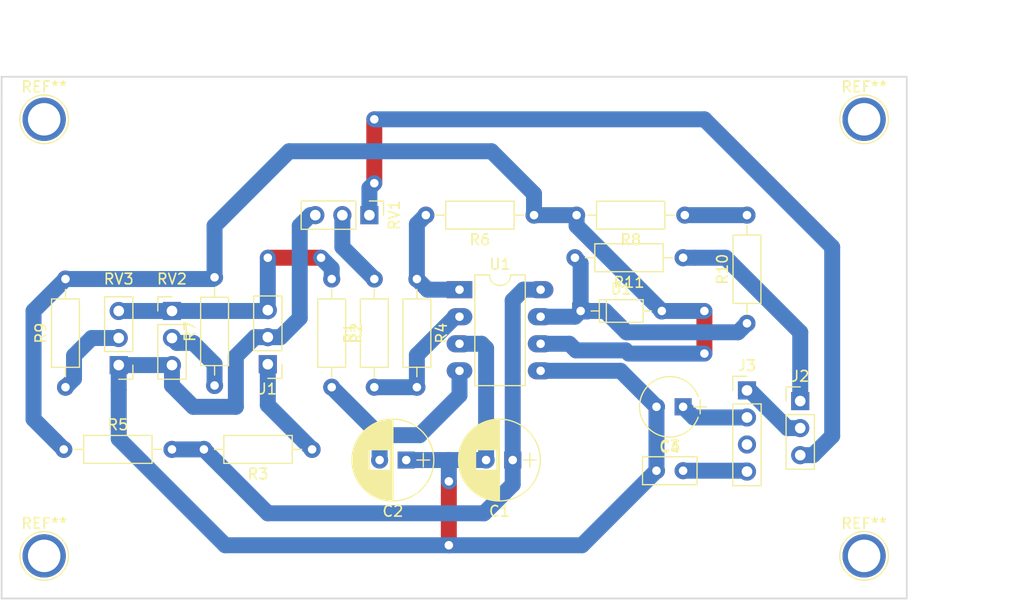
<source format=kicad_pcb>
(kicad_pcb (version 20170123) (host pcbnew no-vcs-found-57ded58~58~ubuntu16.10.1)

  (general
    (links 40)
    (no_connects 0)
    (area 107.924999 59.3 208.000001 115.0925)
    (thickness 1.6)
    (drawings 12)
    (tracks 126)
    (zones 0)
    (modules 27)
    (nets 20)
  )

  (page A4)
  (layers
    (0 F.Cu signal)
    (31 B.Cu signal)
    (32 B.Adhes user)
    (33 F.Adhes user)
    (34 B.Paste user)
    (35 F.Paste user)
    (36 B.SilkS user)
    (37 F.SilkS user)
    (38 B.Mask user)
    (39 F.Mask user)
    (40 Dwgs.User user)
    (41 Cmts.User user)
    (42 Eco1.User user)
    (43 Eco2.User user)
    (44 Edge.Cuts user)
    (45 Margin user)
    (46 B.CrtYd user)
    (47 F.CrtYd user)
    (48 B.Fab user)
    (49 F.Fab user)
  )

  (setup
    (last_trace_width 0.25)
    (user_trace_width 0.5)
    (user_trace_width 1)
    (user_trace_width 1.5)
    (user_trace_width 2)
    (trace_clearance 0.2)
    (zone_clearance 0.508)
    (zone_45_only no)
    (trace_min 0.2)
    (segment_width 0.2)
    (edge_width 0.15)
    (via_size 0.8)
    (via_drill 0.4)
    (via_min_size 0.4)
    (via_min_drill 0.3)
    (user_via 1.4 0.8)
    (uvia_size 0.3)
    (uvia_drill 0.1)
    (uvias_allowed no)
    (uvia_min_size 0.2)
    (uvia_min_drill 0.1)
    (pcb_text_width 0.3)
    (pcb_text_size 1.5 1.5)
    (mod_edge_width 0.15)
    (mod_text_size 1 1)
    (mod_text_width 0.15)
    (pad_size 1.524 1.524)
    (pad_drill 0.762)
    (pad_to_mask_clearance 0.2)
    (aux_axis_origin 108 115)
    (visible_elements FFFFFF7F)
    (pcbplotparams
      (layerselection 0x00000_fffffffe)
      (usegerberextensions false)
      (excludeedgelayer true)
      (linewidth 0.100000)
      (plotframeref false)
      (viasonmask false)
      (mode 1)
      (useauxorigin true)
      (hpglpennumber 1)
      (hpglpenspeed 20)
      (hpglpendiameter 15)
      (psnegative false)
      (psa4output false)
      (plotreference true)
      (plotvalue true)
      (plotinvisibletext false)
      (padsonsilk false)
      (subtractmaskfromsilk false)
      (outputformat 1)
      (mirror false)
      (drillshape 0)
      (scaleselection 1)
      (outputdirectory gerber/))
  )

  (net 0 "")
  (net 1 GND)
  (net 2 "Net-(C1-Pad1)")
  (net 3 "Net-(C2-Pad2)")
  (net 4 "Net-(C3-Pad2)")
  (net 5 "Net-(C4-Pad1)")
  (net 6 "Net-(D1-Pad2)")
  (net 7 "Net-(D1-Pad1)")
  (net 8 -15V)
  (net 9 +15V)
  (net 10 LOG_AMP_OUTPUT)
  (net 11 OUTPUT)
  (net 12 OUTPUT_2dB_PER_DIV)
  (net 13 "Net-(J3-Pad3)")
  (net 14 INPUT)
  (net 15 "Net-(R1-Pad1)")
  (net 16 "Net-(R4-Pad1)")
  (net 17 "Net-(R7-Pad1)")
  (net 18 "Net-(R10-Pad2)")
  (net 19 "Net-(R9-Pad1)")

  (net_class Default "This is the default net class."
    (clearance 0.2)
    (trace_width 0.25)
    (via_dia 0.8)
    (via_drill 0.4)
    (uvia_dia 0.3)
    (uvia_drill 0.1)
    (add_net +15V)
    (add_net -15V)
    (add_net GND)
    (add_net INPUT)
    (add_net LOG_AMP_OUTPUT)
    (add_net "Net-(C1-Pad1)")
    (add_net "Net-(C2-Pad2)")
    (add_net "Net-(C3-Pad2)")
    (add_net "Net-(C4-Pad1)")
    (add_net "Net-(D1-Pad1)")
    (add_net "Net-(D1-Pad2)")
    (add_net "Net-(J3-Pad3)")
    (add_net "Net-(R1-Pad1)")
    (add_net "Net-(R10-Pad2)")
    (add_net "Net-(R4-Pad1)")
    (add_net "Net-(R7-Pad1)")
    (add_net "Net-(R9-Pad1)")
    (add_net OUTPUT)
    (add_net OUTPUT_2dB_PER_DIV)
  )

  (module Connect:1pin (layer F.Cu) (tedit 5861332C) (tstamp 58F0B93B)
    (at 189 70)
    (descr "module 1 pin (ou trou mecanique de percage)")
    (tags DEV)
    (fp_text reference REF** (at 0 -3.048) (layer F.SilkS)
      (effects (font (size 1 1) (thickness 0.15)))
    )
    (fp_text value 1pin (at 0 3) (layer F.Fab)
      (effects (font (size 1 1) (thickness 0.15)))
    )
    (fp_circle (center 0 0) (end 2 0.8) (layer F.Fab) (width 0.1))
    (fp_circle (center 0 0) (end 2.6 0) (layer F.CrtYd) (width 0.05))
    (fp_circle (center 0 0) (end 0 -2.286) (layer F.SilkS) (width 0.12))
    (pad 1 thru_hole circle (at 0 0) (size 4.064 4.064) (drill 3.048) (layers *.Cu *.Mask))
  )

  (module Connect:1pin (layer F.Cu) (tedit 5861332C) (tstamp 58F0B938)
    (at 189 111)
    (descr "module 1 pin (ou trou mecanique de percage)")
    (tags DEV)
    (fp_text reference REF** (at 0 -3.048) (layer F.SilkS)
      (effects (font (size 1 1) (thickness 0.15)))
    )
    (fp_text value 1pin (at 0 3) (layer F.Fab)
      (effects (font (size 1 1) (thickness 0.15)))
    )
    (fp_circle (center 0 0) (end 2 0.8) (layer F.Fab) (width 0.1))
    (fp_circle (center 0 0) (end 2.6 0) (layer F.CrtYd) (width 0.05))
    (fp_circle (center 0 0) (end 0 -2.286) (layer F.SilkS) (width 0.12))
    (pad 1 thru_hole circle (at 0 0) (size 4.064 4.064) (drill 3.048) (layers *.Cu *.Mask))
  )

  (module Connect:1pin (layer F.Cu) (tedit 5861332C) (tstamp 58F0B935)
    (at 112 111)
    (descr "module 1 pin (ou trou mecanique de percage)")
    (tags DEV)
    (fp_text reference REF** (at 0 -3.048) (layer F.SilkS)
      (effects (font (size 1 1) (thickness 0.15)))
    )
    (fp_text value 1pin (at 0 3) (layer F.Fab)
      (effects (font (size 1 1) (thickness 0.15)))
    )
    (fp_circle (center 0 0) (end 2 0.8) (layer F.Fab) (width 0.1))
    (fp_circle (center 0 0) (end 2.6 0) (layer F.CrtYd) (width 0.05))
    (fp_circle (center 0 0) (end 0 -2.286) (layer F.SilkS) (width 0.12))
    (pad 1 thru_hole circle (at 0 0) (size 4.064 4.064) (drill 3.048) (layers *.Cu *.Mask))
  )

  (module Connect:1pin (layer F.Cu) (tedit 5861332C) (tstamp 58F0B932)
    (at 112 70)
    (descr "module 1 pin (ou trou mecanique de percage)")
    (tags DEV)
    (fp_text reference REF** (at 0 -3.048) (layer F.SilkS)
      (effects (font (size 1 1) (thickness 0.15)))
    )
    (fp_text value 1pin (at 0 3) (layer F.Fab)
      (effects (font (size 1 1) (thickness 0.15)))
    )
    (fp_circle (center 0 0) (end 2 0.8) (layer F.Fab) (width 0.1))
    (fp_circle (center 0 0) (end 2.6 0) (layer F.CrtYd) (width 0.05))
    (fp_circle (center 0 0) (end 0 -2.286) (layer F.SilkS) (width 0.12))
    (pad 1 thru_hole circle (at 0 0) (size 4.064 4.064) (drill 3.048) (layers *.Cu *.Mask))
  )

  (module Capacitors_ThroughHole:CP_Radial_D7.5mm_P2.50mm (layer F.Cu) (tedit 58765D06) (tstamp 58EDB9B2)
    (at 156 102 180)
    (descr "CP, Radial series, Radial, pin pitch=2.50mm, , diameter=7.5mm, Electrolytic Capacitor")
    (tags "CP Radial series Radial pin pitch 2.50mm  diameter 7.5mm Electrolytic Capacitor")
    (path /58E5D75A)
    (fp_text reference C1 (at 1.25 -4.81 180) (layer F.SilkS)
      (effects (font (size 1 1) (thickness 0.15)))
    )
    (fp_text value 100u (at 1.25 4.81 180) (layer F.Fab)
      (effects (font (size 1 1) (thickness 0.15)))
    )
    (fp_line (start 5.35 -4.1) (end -2.85 -4.1) (layer F.CrtYd) (width 0.05))
    (fp_line (start 5.35 4.1) (end 5.35 -4.1) (layer F.CrtYd) (width 0.05))
    (fp_line (start -2.85 4.1) (end 5.35 4.1) (layer F.CrtYd) (width 0.05))
    (fp_line (start -2.85 -4.1) (end -2.85 4.1) (layer F.CrtYd) (width 0.05))
    (fp_line (start -1.6 -0.65) (end -1.6 0.65) (layer F.SilkS) (width 0.12))
    (fp_line (start -2.2 0) (end -1 0) (layer F.SilkS) (width 0.12))
    (fp_line (start 5.051 -0.513) (end 5.051 0.513) (layer F.SilkS) (width 0.12))
    (fp_line (start 5.011 -0.74) (end 5.011 0.74) (layer F.SilkS) (width 0.12))
    (fp_line (start 4.971 -0.913) (end 4.971 0.913) (layer F.SilkS) (width 0.12))
    (fp_line (start 4.931 -1.057) (end 4.931 1.057) (layer F.SilkS) (width 0.12))
    (fp_line (start 4.891 -1.184) (end 4.891 1.184) (layer F.SilkS) (width 0.12))
    (fp_line (start 4.851 -1.297) (end 4.851 1.297) (layer F.SilkS) (width 0.12))
    (fp_line (start 4.811 -1.4) (end 4.811 1.4) (layer F.SilkS) (width 0.12))
    (fp_line (start 4.771 -1.495) (end 4.771 1.495) (layer F.SilkS) (width 0.12))
    (fp_line (start 4.731 -1.584) (end 4.731 1.584) (layer F.SilkS) (width 0.12))
    (fp_line (start 4.691 -1.667) (end 4.691 1.667) (layer F.SilkS) (width 0.12))
    (fp_line (start 4.651 -1.745) (end 4.651 1.745) (layer F.SilkS) (width 0.12))
    (fp_line (start 4.611 -1.82) (end 4.611 1.82) (layer F.SilkS) (width 0.12))
    (fp_line (start 4.571 -1.89) (end 4.571 1.89) (layer F.SilkS) (width 0.12))
    (fp_line (start 4.531 -1.957) (end 4.531 1.957) (layer F.SilkS) (width 0.12))
    (fp_line (start 4.491 -2.022) (end 4.491 2.022) (layer F.SilkS) (width 0.12))
    (fp_line (start 4.451 -2.083) (end 4.451 2.083) (layer F.SilkS) (width 0.12))
    (fp_line (start 4.411 -2.142) (end 4.411 2.142) (layer F.SilkS) (width 0.12))
    (fp_line (start 4.371 -2.199) (end 4.371 2.199) (layer F.SilkS) (width 0.12))
    (fp_line (start 4.331 -2.254) (end 4.331 2.254) (layer F.SilkS) (width 0.12))
    (fp_line (start 4.291 -2.307) (end 4.291 2.307) (layer F.SilkS) (width 0.12))
    (fp_line (start 4.251 -2.357) (end 4.251 2.357) (layer F.SilkS) (width 0.12))
    (fp_line (start 4.211 -2.407) (end 4.211 2.407) (layer F.SilkS) (width 0.12))
    (fp_line (start 4.171 -2.454) (end 4.171 2.454) (layer F.SilkS) (width 0.12))
    (fp_line (start 4.131 -2.5) (end 4.131 2.5) (layer F.SilkS) (width 0.12))
    (fp_line (start 4.091 -2.545) (end 4.091 2.545) (layer F.SilkS) (width 0.12))
    (fp_line (start 4.051 -2.588) (end 4.051 2.588) (layer F.SilkS) (width 0.12))
    (fp_line (start 4.011 -2.63) (end 4.011 2.63) (layer F.SilkS) (width 0.12))
    (fp_line (start 3.971 -2.671) (end 3.971 2.671) (layer F.SilkS) (width 0.12))
    (fp_line (start 3.931 -2.711) (end 3.931 2.711) (layer F.SilkS) (width 0.12))
    (fp_line (start 3.891 -2.749) (end 3.891 2.749) (layer F.SilkS) (width 0.12))
    (fp_line (start 3.851 -2.786) (end 3.851 2.786) (layer F.SilkS) (width 0.12))
    (fp_line (start 3.811 -2.823) (end 3.811 2.823) (layer F.SilkS) (width 0.12))
    (fp_line (start 3.771 -2.858) (end 3.771 2.858) (layer F.SilkS) (width 0.12))
    (fp_line (start 3.731 -2.892) (end 3.731 2.892) (layer F.SilkS) (width 0.12))
    (fp_line (start 3.691 -2.926) (end 3.691 2.926) (layer F.SilkS) (width 0.12))
    (fp_line (start 3.651 -2.958) (end 3.651 2.958) (layer F.SilkS) (width 0.12))
    (fp_line (start 3.611 -2.99) (end 3.611 2.99) (layer F.SilkS) (width 0.12))
    (fp_line (start 3.571 -3.02) (end 3.571 3.02) (layer F.SilkS) (width 0.12))
    (fp_line (start 3.531 -3.05) (end 3.531 3.05) (layer F.SilkS) (width 0.12))
    (fp_line (start 3.491 -3.079) (end 3.491 3.079) (layer F.SilkS) (width 0.12))
    (fp_line (start 3.451 0.98) (end 3.451 3.108) (layer F.SilkS) (width 0.12))
    (fp_line (start 3.451 -3.108) (end 3.451 -0.98) (layer F.SilkS) (width 0.12))
    (fp_line (start 3.411 0.98) (end 3.411 3.135) (layer F.SilkS) (width 0.12))
    (fp_line (start 3.411 -3.135) (end 3.411 -0.98) (layer F.SilkS) (width 0.12))
    (fp_line (start 3.371 0.98) (end 3.371 3.162) (layer F.SilkS) (width 0.12))
    (fp_line (start 3.371 -3.162) (end 3.371 -0.98) (layer F.SilkS) (width 0.12))
    (fp_line (start 3.331 0.98) (end 3.331 3.188) (layer F.SilkS) (width 0.12))
    (fp_line (start 3.331 -3.188) (end 3.331 -0.98) (layer F.SilkS) (width 0.12))
    (fp_line (start 3.291 0.98) (end 3.291 3.214) (layer F.SilkS) (width 0.12))
    (fp_line (start 3.291 -3.214) (end 3.291 -0.98) (layer F.SilkS) (width 0.12))
    (fp_line (start 3.251 0.98) (end 3.251 3.239) (layer F.SilkS) (width 0.12))
    (fp_line (start 3.251 -3.239) (end 3.251 -0.98) (layer F.SilkS) (width 0.12))
    (fp_line (start 3.211 0.98) (end 3.211 3.263) (layer F.SilkS) (width 0.12))
    (fp_line (start 3.211 -3.263) (end 3.211 -0.98) (layer F.SilkS) (width 0.12))
    (fp_line (start 3.171 0.98) (end 3.171 3.286) (layer F.SilkS) (width 0.12))
    (fp_line (start 3.171 -3.286) (end 3.171 -0.98) (layer F.SilkS) (width 0.12))
    (fp_line (start 3.131 0.98) (end 3.131 3.309) (layer F.SilkS) (width 0.12))
    (fp_line (start 3.131 -3.309) (end 3.131 -0.98) (layer F.SilkS) (width 0.12))
    (fp_line (start 3.091 0.98) (end 3.091 3.331) (layer F.SilkS) (width 0.12))
    (fp_line (start 3.091 -3.331) (end 3.091 -0.98) (layer F.SilkS) (width 0.12))
    (fp_line (start 3.051 0.98) (end 3.051 3.352) (layer F.SilkS) (width 0.12))
    (fp_line (start 3.051 -3.352) (end 3.051 -0.98) (layer F.SilkS) (width 0.12))
    (fp_line (start 3.011 0.98) (end 3.011 3.373) (layer F.SilkS) (width 0.12))
    (fp_line (start 3.011 -3.373) (end 3.011 -0.98) (layer F.SilkS) (width 0.12))
    (fp_line (start 2.971 0.98) (end 2.971 3.394) (layer F.SilkS) (width 0.12))
    (fp_line (start 2.971 -3.394) (end 2.971 -0.98) (layer F.SilkS) (width 0.12))
    (fp_line (start 2.931 0.98) (end 2.931 3.413) (layer F.SilkS) (width 0.12))
    (fp_line (start 2.931 -3.413) (end 2.931 -0.98) (layer F.SilkS) (width 0.12))
    (fp_line (start 2.891 0.98) (end 2.891 3.433) (layer F.SilkS) (width 0.12))
    (fp_line (start 2.891 -3.433) (end 2.891 -0.98) (layer F.SilkS) (width 0.12))
    (fp_line (start 2.851 0.98) (end 2.851 3.451) (layer F.SilkS) (width 0.12))
    (fp_line (start 2.851 -3.451) (end 2.851 -0.98) (layer F.SilkS) (width 0.12))
    (fp_line (start 2.811 0.98) (end 2.811 3.469) (layer F.SilkS) (width 0.12))
    (fp_line (start 2.811 -3.469) (end 2.811 -0.98) (layer F.SilkS) (width 0.12))
    (fp_line (start 2.771 0.98) (end 2.771 3.487) (layer F.SilkS) (width 0.12))
    (fp_line (start 2.771 -3.487) (end 2.771 -0.98) (layer F.SilkS) (width 0.12))
    (fp_line (start 2.731 0.98) (end 2.731 3.504) (layer F.SilkS) (width 0.12))
    (fp_line (start 2.731 -3.504) (end 2.731 -0.98) (layer F.SilkS) (width 0.12))
    (fp_line (start 2.691 0.98) (end 2.691 3.52) (layer F.SilkS) (width 0.12))
    (fp_line (start 2.691 -3.52) (end 2.691 -0.98) (layer F.SilkS) (width 0.12))
    (fp_line (start 2.651 0.98) (end 2.651 3.536) (layer F.SilkS) (width 0.12))
    (fp_line (start 2.651 -3.536) (end 2.651 -0.98) (layer F.SilkS) (width 0.12))
    (fp_line (start 2.611 0.98) (end 2.611 3.552) (layer F.SilkS) (width 0.12))
    (fp_line (start 2.611 -3.552) (end 2.611 -0.98) (layer F.SilkS) (width 0.12))
    (fp_line (start 2.571 0.98) (end 2.571 3.566) (layer F.SilkS) (width 0.12))
    (fp_line (start 2.571 -3.566) (end 2.571 -0.98) (layer F.SilkS) (width 0.12))
    (fp_line (start 2.531 0.98) (end 2.531 3.581) (layer F.SilkS) (width 0.12))
    (fp_line (start 2.531 -3.581) (end 2.531 -0.98) (layer F.SilkS) (width 0.12))
    (fp_line (start 2.491 0.98) (end 2.491 3.595) (layer F.SilkS) (width 0.12))
    (fp_line (start 2.491 -3.595) (end 2.491 -0.98) (layer F.SilkS) (width 0.12))
    (fp_line (start 2.451 0.98) (end 2.451 3.608) (layer F.SilkS) (width 0.12))
    (fp_line (start 2.451 -3.608) (end 2.451 -0.98) (layer F.SilkS) (width 0.12))
    (fp_line (start 2.411 0.98) (end 2.411 3.621) (layer F.SilkS) (width 0.12))
    (fp_line (start 2.411 -3.621) (end 2.411 -0.98) (layer F.SilkS) (width 0.12))
    (fp_line (start 2.371 0.98) (end 2.371 3.634) (layer F.SilkS) (width 0.12))
    (fp_line (start 2.371 -3.634) (end 2.371 -0.98) (layer F.SilkS) (width 0.12))
    (fp_line (start 2.331 0.98) (end 2.331 3.645) (layer F.SilkS) (width 0.12))
    (fp_line (start 2.331 -3.645) (end 2.331 -0.98) (layer F.SilkS) (width 0.12))
    (fp_line (start 2.291 0.98) (end 2.291 3.657) (layer F.SilkS) (width 0.12))
    (fp_line (start 2.291 -3.657) (end 2.291 -0.98) (layer F.SilkS) (width 0.12))
    (fp_line (start 2.251 0.98) (end 2.251 3.668) (layer F.SilkS) (width 0.12))
    (fp_line (start 2.251 -3.668) (end 2.251 -0.98) (layer F.SilkS) (width 0.12))
    (fp_line (start 2.211 0.98) (end 2.211 3.679) (layer F.SilkS) (width 0.12))
    (fp_line (start 2.211 -3.679) (end 2.211 -0.98) (layer F.SilkS) (width 0.12))
    (fp_line (start 2.171 0.98) (end 2.171 3.689) (layer F.SilkS) (width 0.12))
    (fp_line (start 2.171 -3.689) (end 2.171 -0.98) (layer F.SilkS) (width 0.12))
    (fp_line (start 2.131 0.98) (end 2.131 3.698) (layer F.SilkS) (width 0.12))
    (fp_line (start 2.131 -3.698) (end 2.131 -0.98) (layer F.SilkS) (width 0.12))
    (fp_line (start 2.091 0.98) (end 2.091 3.707) (layer F.SilkS) (width 0.12))
    (fp_line (start 2.091 -3.707) (end 2.091 -0.98) (layer F.SilkS) (width 0.12))
    (fp_line (start 2.051 0.98) (end 2.051 3.716) (layer F.SilkS) (width 0.12))
    (fp_line (start 2.051 -3.716) (end 2.051 -0.98) (layer F.SilkS) (width 0.12))
    (fp_line (start 2.011 0.98) (end 2.011 3.725) (layer F.SilkS) (width 0.12))
    (fp_line (start 2.011 -3.725) (end 2.011 -0.98) (layer F.SilkS) (width 0.12))
    (fp_line (start 1.971 0.98) (end 1.971 3.732) (layer F.SilkS) (width 0.12))
    (fp_line (start 1.971 -3.732) (end 1.971 -0.98) (layer F.SilkS) (width 0.12))
    (fp_line (start 1.93 0.98) (end 1.93 3.74) (layer F.SilkS) (width 0.12))
    (fp_line (start 1.93 -3.74) (end 1.93 -0.98) (layer F.SilkS) (width 0.12))
    (fp_line (start 1.89 0.98) (end 1.89 3.747) (layer F.SilkS) (width 0.12))
    (fp_line (start 1.89 -3.747) (end 1.89 -0.98) (layer F.SilkS) (width 0.12))
    (fp_line (start 1.85 0.98) (end 1.85 3.753) (layer F.SilkS) (width 0.12))
    (fp_line (start 1.85 -3.753) (end 1.85 -0.98) (layer F.SilkS) (width 0.12))
    (fp_line (start 1.81 0.98) (end 1.81 3.759) (layer F.SilkS) (width 0.12))
    (fp_line (start 1.81 -3.759) (end 1.81 -0.98) (layer F.SilkS) (width 0.12))
    (fp_line (start 1.77 0.98) (end 1.77 3.765) (layer F.SilkS) (width 0.12))
    (fp_line (start 1.77 -3.765) (end 1.77 -0.98) (layer F.SilkS) (width 0.12))
    (fp_line (start 1.73 0.98) (end 1.73 3.77) (layer F.SilkS) (width 0.12))
    (fp_line (start 1.73 -3.77) (end 1.73 -0.98) (layer F.SilkS) (width 0.12))
    (fp_line (start 1.69 0.98) (end 1.69 3.775) (layer F.SilkS) (width 0.12))
    (fp_line (start 1.69 -3.775) (end 1.69 -0.98) (layer F.SilkS) (width 0.12))
    (fp_line (start 1.65 0.98) (end 1.65 3.78) (layer F.SilkS) (width 0.12))
    (fp_line (start 1.65 -3.78) (end 1.65 -0.98) (layer F.SilkS) (width 0.12))
    (fp_line (start 1.61 0.98) (end 1.61 3.784) (layer F.SilkS) (width 0.12))
    (fp_line (start 1.61 -3.784) (end 1.61 -0.98) (layer F.SilkS) (width 0.12))
    (fp_line (start 1.57 0.98) (end 1.57 3.787) (layer F.SilkS) (width 0.12))
    (fp_line (start 1.57 -3.787) (end 1.57 -0.98) (layer F.SilkS) (width 0.12))
    (fp_line (start 1.53 0.98) (end 1.53 3.79) (layer F.SilkS) (width 0.12))
    (fp_line (start 1.53 -3.79) (end 1.53 -0.98) (layer F.SilkS) (width 0.12))
    (fp_line (start 1.49 -3.793) (end 1.49 3.793) (layer F.SilkS) (width 0.12))
    (fp_line (start 1.45 -3.795) (end 1.45 3.795) (layer F.SilkS) (width 0.12))
    (fp_line (start 1.41 -3.797) (end 1.41 3.797) (layer F.SilkS) (width 0.12))
    (fp_line (start 1.37 -3.799) (end 1.37 3.799) (layer F.SilkS) (width 0.12))
    (fp_line (start 1.33 -3.8) (end 1.33 3.8) (layer F.SilkS) (width 0.12))
    (fp_line (start 1.29 -3.8) (end 1.29 3.8) (layer F.SilkS) (width 0.12))
    (fp_line (start 1.25 -3.8) (end 1.25 3.8) (layer F.SilkS) (width 0.12))
    (fp_line (start -1.6 -0.65) (end -1.6 0.65) (layer F.Fab) (width 0.1))
    (fp_line (start -2.2 0) (end -1 0) (layer F.Fab) (width 0.1))
    (fp_circle (center 1.25 0) (end 5.09 0) (layer F.SilkS) (width 0.12))
    (fp_circle (center 1.25 0) (end 5 0) (layer F.Fab) (width 0.1))
    (pad 2 thru_hole circle (at 2.5 0 180) (size 1.6 1.6) (drill 0.8) (layers *.Cu *.Mask)
      (net 1 GND))
    (pad 1 thru_hole rect (at 0 0 180) (size 1.6 1.6) (drill 0.8) (layers *.Cu *.Mask)
      (net 2 "Net-(C1-Pad1)"))
    (model Capacitors_THT.3dshapes/CP_Radial_D7.5mm_P2.50mm.wrl
      (at (xyz 0 0 0))
      (scale (xyz 0.393701 0.393701 0.393701))
      (rotate (xyz 0 0 0))
    )
  )

  (module Capacitors_ThroughHole:CP_Radial_D7.5mm_P2.50mm (layer F.Cu) (tedit 58765D06) (tstamp 58EDBA53)
    (at 146 102 180)
    (descr "CP, Radial series, Radial, pin pitch=2.50mm, , diameter=7.5mm, Electrolytic Capacitor")
    (tags "CP Radial series Radial pin pitch 2.50mm  diameter 7.5mm Electrolytic Capacitor")
    (path /58E5D5EC)
    (fp_text reference C2 (at 1.25 -4.81 180) (layer F.SilkS)
      (effects (font (size 1 1) (thickness 0.15)))
    )
    (fp_text value 100u (at 1.25 4.81 180) (layer F.Fab)
      (effects (font (size 1 1) (thickness 0.15)))
    )
    (fp_circle (center 1.25 0) (end 5 0) (layer F.Fab) (width 0.1))
    (fp_circle (center 1.25 0) (end 5.09 0) (layer F.SilkS) (width 0.12))
    (fp_line (start -2.2 0) (end -1 0) (layer F.Fab) (width 0.1))
    (fp_line (start -1.6 -0.65) (end -1.6 0.65) (layer F.Fab) (width 0.1))
    (fp_line (start 1.25 -3.8) (end 1.25 3.8) (layer F.SilkS) (width 0.12))
    (fp_line (start 1.29 -3.8) (end 1.29 3.8) (layer F.SilkS) (width 0.12))
    (fp_line (start 1.33 -3.8) (end 1.33 3.8) (layer F.SilkS) (width 0.12))
    (fp_line (start 1.37 -3.799) (end 1.37 3.799) (layer F.SilkS) (width 0.12))
    (fp_line (start 1.41 -3.797) (end 1.41 3.797) (layer F.SilkS) (width 0.12))
    (fp_line (start 1.45 -3.795) (end 1.45 3.795) (layer F.SilkS) (width 0.12))
    (fp_line (start 1.49 -3.793) (end 1.49 3.793) (layer F.SilkS) (width 0.12))
    (fp_line (start 1.53 -3.79) (end 1.53 -0.98) (layer F.SilkS) (width 0.12))
    (fp_line (start 1.53 0.98) (end 1.53 3.79) (layer F.SilkS) (width 0.12))
    (fp_line (start 1.57 -3.787) (end 1.57 -0.98) (layer F.SilkS) (width 0.12))
    (fp_line (start 1.57 0.98) (end 1.57 3.787) (layer F.SilkS) (width 0.12))
    (fp_line (start 1.61 -3.784) (end 1.61 -0.98) (layer F.SilkS) (width 0.12))
    (fp_line (start 1.61 0.98) (end 1.61 3.784) (layer F.SilkS) (width 0.12))
    (fp_line (start 1.65 -3.78) (end 1.65 -0.98) (layer F.SilkS) (width 0.12))
    (fp_line (start 1.65 0.98) (end 1.65 3.78) (layer F.SilkS) (width 0.12))
    (fp_line (start 1.69 -3.775) (end 1.69 -0.98) (layer F.SilkS) (width 0.12))
    (fp_line (start 1.69 0.98) (end 1.69 3.775) (layer F.SilkS) (width 0.12))
    (fp_line (start 1.73 -3.77) (end 1.73 -0.98) (layer F.SilkS) (width 0.12))
    (fp_line (start 1.73 0.98) (end 1.73 3.77) (layer F.SilkS) (width 0.12))
    (fp_line (start 1.77 -3.765) (end 1.77 -0.98) (layer F.SilkS) (width 0.12))
    (fp_line (start 1.77 0.98) (end 1.77 3.765) (layer F.SilkS) (width 0.12))
    (fp_line (start 1.81 -3.759) (end 1.81 -0.98) (layer F.SilkS) (width 0.12))
    (fp_line (start 1.81 0.98) (end 1.81 3.759) (layer F.SilkS) (width 0.12))
    (fp_line (start 1.85 -3.753) (end 1.85 -0.98) (layer F.SilkS) (width 0.12))
    (fp_line (start 1.85 0.98) (end 1.85 3.753) (layer F.SilkS) (width 0.12))
    (fp_line (start 1.89 -3.747) (end 1.89 -0.98) (layer F.SilkS) (width 0.12))
    (fp_line (start 1.89 0.98) (end 1.89 3.747) (layer F.SilkS) (width 0.12))
    (fp_line (start 1.93 -3.74) (end 1.93 -0.98) (layer F.SilkS) (width 0.12))
    (fp_line (start 1.93 0.98) (end 1.93 3.74) (layer F.SilkS) (width 0.12))
    (fp_line (start 1.971 -3.732) (end 1.971 -0.98) (layer F.SilkS) (width 0.12))
    (fp_line (start 1.971 0.98) (end 1.971 3.732) (layer F.SilkS) (width 0.12))
    (fp_line (start 2.011 -3.725) (end 2.011 -0.98) (layer F.SilkS) (width 0.12))
    (fp_line (start 2.011 0.98) (end 2.011 3.725) (layer F.SilkS) (width 0.12))
    (fp_line (start 2.051 -3.716) (end 2.051 -0.98) (layer F.SilkS) (width 0.12))
    (fp_line (start 2.051 0.98) (end 2.051 3.716) (layer F.SilkS) (width 0.12))
    (fp_line (start 2.091 -3.707) (end 2.091 -0.98) (layer F.SilkS) (width 0.12))
    (fp_line (start 2.091 0.98) (end 2.091 3.707) (layer F.SilkS) (width 0.12))
    (fp_line (start 2.131 -3.698) (end 2.131 -0.98) (layer F.SilkS) (width 0.12))
    (fp_line (start 2.131 0.98) (end 2.131 3.698) (layer F.SilkS) (width 0.12))
    (fp_line (start 2.171 -3.689) (end 2.171 -0.98) (layer F.SilkS) (width 0.12))
    (fp_line (start 2.171 0.98) (end 2.171 3.689) (layer F.SilkS) (width 0.12))
    (fp_line (start 2.211 -3.679) (end 2.211 -0.98) (layer F.SilkS) (width 0.12))
    (fp_line (start 2.211 0.98) (end 2.211 3.679) (layer F.SilkS) (width 0.12))
    (fp_line (start 2.251 -3.668) (end 2.251 -0.98) (layer F.SilkS) (width 0.12))
    (fp_line (start 2.251 0.98) (end 2.251 3.668) (layer F.SilkS) (width 0.12))
    (fp_line (start 2.291 -3.657) (end 2.291 -0.98) (layer F.SilkS) (width 0.12))
    (fp_line (start 2.291 0.98) (end 2.291 3.657) (layer F.SilkS) (width 0.12))
    (fp_line (start 2.331 -3.645) (end 2.331 -0.98) (layer F.SilkS) (width 0.12))
    (fp_line (start 2.331 0.98) (end 2.331 3.645) (layer F.SilkS) (width 0.12))
    (fp_line (start 2.371 -3.634) (end 2.371 -0.98) (layer F.SilkS) (width 0.12))
    (fp_line (start 2.371 0.98) (end 2.371 3.634) (layer F.SilkS) (width 0.12))
    (fp_line (start 2.411 -3.621) (end 2.411 -0.98) (layer F.SilkS) (width 0.12))
    (fp_line (start 2.411 0.98) (end 2.411 3.621) (layer F.SilkS) (width 0.12))
    (fp_line (start 2.451 -3.608) (end 2.451 -0.98) (layer F.SilkS) (width 0.12))
    (fp_line (start 2.451 0.98) (end 2.451 3.608) (layer F.SilkS) (width 0.12))
    (fp_line (start 2.491 -3.595) (end 2.491 -0.98) (layer F.SilkS) (width 0.12))
    (fp_line (start 2.491 0.98) (end 2.491 3.595) (layer F.SilkS) (width 0.12))
    (fp_line (start 2.531 -3.581) (end 2.531 -0.98) (layer F.SilkS) (width 0.12))
    (fp_line (start 2.531 0.98) (end 2.531 3.581) (layer F.SilkS) (width 0.12))
    (fp_line (start 2.571 -3.566) (end 2.571 -0.98) (layer F.SilkS) (width 0.12))
    (fp_line (start 2.571 0.98) (end 2.571 3.566) (layer F.SilkS) (width 0.12))
    (fp_line (start 2.611 -3.552) (end 2.611 -0.98) (layer F.SilkS) (width 0.12))
    (fp_line (start 2.611 0.98) (end 2.611 3.552) (layer F.SilkS) (width 0.12))
    (fp_line (start 2.651 -3.536) (end 2.651 -0.98) (layer F.SilkS) (width 0.12))
    (fp_line (start 2.651 0.98) (end 2.651 3.536) (layer F.SilkS) (width 0.12))
    (fp_line (start 2.691 -3.52) (end 2.691 -0.98) (layer F.SilkS) (width 0.12))
    (fp_line (start 2.691 0.98) (end 2.691 3.52) (layer F.SilkS) (width 0.12))
    (fp_line (start 2.731 -3.504) (end 2.731 -0.98) (layer F.SilkS) (width 0.12))
    (fp_line (start 2.731 0.98) (end 2.731 3.504) (layer F.SilkS) (width 0.12))
    (fp_line (start 2.771 -3.487) (end 2.771 -0.98) (layer F.SilkS) (width 0.12))
    (fp_line (start 2.771 0.98) (end 2.771 3.487) (layer F.SilkS) (width 0.12))
    (fp_line (start 2.811 -3.469) (end 2.811 -0.98) (layer F.SilkS) (width 0.12))
    (fp_line (start 2.811 0.98) (end 2.811 3.469) (layer F.SilkS) (width 0.12))
    (fp_line (start 2.851 -3.451) (end 2.851 -0.98) (layer F.SilkS) (width 0.12))
    (fp_line (start 2.851 0.98) (end 2.851 3.451) (layer F.SilkS) (width 0.12))
    (fp_line (start 2.891 -3.433) (end 2.891 -0.98) (layer F.SilkS) (width 0.12))
    (fp_line (start 2.891 0.98) (end 2.891 3.433) (layer F.SilkS) (width 0.12))
    (fp_line (start 2.931 -3.413) (end 2.931 -0.98) (layer F.SilkS) (width 0.12))
    (fp_line (start 2.931 0.98) (end 2.931 3.413) (layer F.SilkS) (width 0.12))
    (fp_line (start 2.971 -3.394) (end 2.971 -0.98) (layer F.SilkS) (width 0.12))
    (fp_line (start 2.971 0.98) (end 2.971 3.394) (layer F.SilkS) (width 0.12))
    (fp_line (start 3.011 -3.373) (end 3.011 -0.98) (layer F.SilkS) (width 0.12))
    (fp_line (start 3.011 0.98) (end 3.011 3.373) (layer F.SilkS) (width 0.12))
    (fp_line (start 3.051 -3.352) (end 3.051 -0.98) (layer F.SilkS) (width 0.12))
    (fp_line (start 3.051 0.98) (end 3.051 3.352) (layer F.SilkS) (width 0.12))
    (fp_line (start 3.091 -3.331) (end 3.091 -0.98) (layer F.SilkS) (width 0.12))
    (fp_line (start 3.091 0.98) (end 3.091 3.331) (layer F.SilkS) (width 0.12))
    (fp_line (start 3.131 -3.309) (end 3.131 -0.98) (layer F.SilkS) (width 0.12))
    (fp_line (start 3.131 0.98) (end 3.131 3.309) (layer F.SilkS) (width 0.12))
    (fp_line (start 3.171 -3.286) (end 3.171 -0.98) (layer F.SilkS) (width 0.12))
    (fp_line (start 3.171 0.98) (end 3.171 3.286) (layer F.SilkS) (width 0.12))
    (fp_line (start 3.211 -3.263) (end 3.211 -0.98) (layer F.SilkS) (width 0.12))
    (fp_line (start 3.211 0.98) (end 3.211 3.263) (layer F.SilkS) (width 0.12))
    (fp_line (start 3.251 -3.239) (end 3.251 -0.98) (layer F.SilkS) (width 0.12))
    (fp_line (start 3.251 0.98) (end 3.251 3.239) (layer F.SilkS) (width 0.12))
    (fp_line (start 3.291 -3.214) (end 3.291 -0.98) (layer F.SilkS) (width 0.12))
    (fp_line (start 3.291 0.98) (end 3.291 3.214) (layer F.SilkS) (width 0.12))
    (fp_line (start 3.331 -3.188) (end 3.331 -0.98) (layer F.SilkS) (width 0.12))
    (fp_line (start 3.331 0.98) (end 3.331 3.188) (layer F.SilkS) (width 0.12))
    (fp_line (start 3.371 -3.162) (end 3.371 -0.98) (layer F.SilkS) (width 0.12))
    (fp_line (start 3.371 0.98) (end 3.371 3.162) (layer F.SilkS) (width 0.12))
    (fp_line (start 3.411 -3.135) (end 3.411 -0.98) (layer F.SilkS) (width 0.12))
    (fp_line (start 3.411 0.98) (end 3.411 3.135) (layer F.SilkS) (width 0.12))
    (fp_line (start 3.451 -3.108) (end 3.451 -0.98) (layer F.SilkS) (width 0.12))
    (fp_line (start 3.451 0.98) (end 3.451 3.108) (layer F.SilkS) (width 0.12))
    (fp_line (start 3.491 -3.079) (end 3.491 3.079) (layer F.SilkS) (width 0.12))
    (fp_line (start 3.531 -3.05) (end 3.531 3.05) (layer F.SilkS) (width 0.12))
    (fp_line (start 3.571 -3.02) (end 3.571 3.02) (layer F.SilkS) (width 0.12))
    (fp_line (start 3.611 -2.99) (end 3.611 2.99) (layer F.SilkS) (width 0.12))
    (fp_line (start 3.651 -2.958) (end 3.651 2.958) (layer F.SilkS) (width 0.12))
    (fp_line (start 3.691 -2.926) (end 3.691 2.926) (layer F.SilkS) (width 0.12))
    (fp_line (start 3.731 -2.892) (end 3.731 2.892) (layer F.SilkS) (width 0.12))
    (fp_line (start 3.771 -2.858) (end 3.771 2.858) (layer F.SilkS) (width 0.12))
    (fp_line (start 3.811 -2.823) (end 3.811 2.823) (layer F.SilkS) (width 0.12))
    (fp_line (start 3.851 -2.786) (end 3.851 2.786) (layer F.SilkS) (width 0.12))
    (fp_line (start 3.891 -2.749) (end 3.891 2.749) (layer F.SilkS) (width 0.12))
    (fp_line (start 3.931 -2.711) (end 3.931 2.711) (layer F.SilkS) (width 0.12))
    (fp_line (start 3.971 -2.671) (end 3.971 2.671) (layer F.SilkS) (width 0.12))
    (fp_line (start 4.011 -2.63) (end 4.011 2.63) (layer F.SilkS) (width 0.12))
    (fp_line (start 4.051 -2.588) (end 4.051 2.588) (layer F.SilkS) (width 0.12))
    (fp_line (start 4.091 -2.545) (end 4.091 2.545) (layer F.SilkS) (width 0.12))
    (fp_line (start 4.131 -2.5) (end 4.131 2.5) (layer F.SilkS) (width 0.12))
    (fp_line (start 4.171 -2.454) (end 4.171 2.454) (layer F.SilkS) (width 0.12))
    (fp_line (start 4.211 -2.407) (end 4.211 2.407) (layer F.SilkS) (width 0.12))
    (fp_line (start 4.251 -2.357) (end 4.251 2.357) (layer F.SilkS) (width 0.12))
    (fp_line (start 4.291 -2.307) (end 4.291 2.307) (layer F.SilkS) (width 0.12))
    (fp_line (start 4.331 -2.254) (end 4.331 2.254) (layer F.SilkS) (width 0.12))
    (fp_line (start 4.371 -2.199) (end 4.371 2.199) (layer F.SilkS) (width 0.12))
    (fp_line (start 4.411 -2.142) (end 4.411 2.142) (layer F.SilkS) (width 0.12))
    (fp_line (start 4.451 -2.083) (end 4.451 2.083) (layer F.SilkS) (width 0.12))
    (fp_line (start 4.491 -2.022) (end 4.491 2.022) (layer F.SilkS) (width 0.12))
    (fp_line (start 4.531 -1.957) (end 4.531 1.957) (layer F.SilkS) (width 0.12))
    (fp_line (start 4.571 -1.89) (end 4.571 1.89) (layer F.SilkS) (width 0.12))
    (fp_line (start 4.611 -1.82) (end 4.611 1.82) (layer F.SilkS) (width 0.12))
    (fp_line (start 4.651 -1.745) (end 4.651 1.745) (layer F.SilkS) (width 0.12))
    (fp_line (start 4.691 -1.667) (end 4.691 1.667) (layer F.SilkS) (width 0.12))
    (fp_line (start 4.731 -1.584) (end 4.731 1.584) (layer F.SilkS) (width 0.12))
    (fp_line (start 4.771 -1.495) (end 4.771 1.495) (layer F.SilkS) (width 0.12))
    (fp_line (start 4.811 -1.4) (end 4.811 1.4) (layer F.SilkS) (width 0.12))
    (fp_line (start 4.851 -1.297) (end 4.851 1.297) (layer F.SilkS) (width 0.12))
    (fp_line (start 4.891 -1.184) (end 4.891 1.184) (layer F.SilkS) (width 0.12))
    (fp_line (start 4.931 -1.057) (end 4.931 1.057) (layer F.SilkS) (width 0.12))
    (fp_line (start 4.971 -0.913) (end 4.971 0.913) (layer F.SilkS) (width 0.12))
    (fp_line (start 5.011 -0.74) (end 5.011 0.74) (layer F.SilkS) (width 0.12))
    (fp_line (start 5.051 -0.513) (end 5.051 0.513) (layer F.SilkS) (width 0.12))
    (fp_line (start -2.2 0) (end -1 0) (layer F.SilkS) (width 0.12))
    (fp_line (start -1.6 -0.65) (end -1.6 0.65) (layer F.SilkS) (width 0.12))
    (fp_line (start -2.85 -4.1) (end -2.85 4.1) (layer F.CrtYd) (width 0.05))
    (fp_line (start -2.85 4.1) (end 5.35 4.1) (layer F.CrtYd) (width 0.05))
    (fp_line (start 5.35 4.1) (end 5.35 -4.1) (layer F.CrtYd) (width 0.05))
    (fp_line (start 5.35 -4.1) (end -2.85 -4.1) (layer F.CrtYd) (width 0.05))
    (pad 1 thru_hole rect (at 0 0 180) (size 1.6 1.6) (drill 0.8) (layers *.Cu *.Mask)
      (net 1 GND))
    (pad 2 thru_hole circle (at 2.5 0 180) (size 1.6 1.6) (drill 0.8) (layers *.Cu *.Mask)
      (net 3 "Net-(C2-Pad2)"))
    (model Capacitors_THT.3dshapes/CP_Radial_D7.5mm_P2.50mm.wrl
      (at (xyz 0 0 0))
      (scale (xyz 0.393701 0.393701 0.393701))
      (rotate (xyz 0 0 0))
    )
  )

  (module Capacitors_ThroughHole:C_Disc_D5.0mm_W2.5mm_P2.50mm (layer F.Cu) (tedit 58765D06) (tstamp 58EDBA65)
    (at 169.5 103)
    (descr "C, Disc series, Radial, pin pitch=2.50mm, , diameter*width=5*2.5mm^2, Capacitor, http://cdn-reichelt.de/documents/datenblatt/B300/DS_KERKO_TC.pdf")
    (tags "C Disc series Radial pin pitch 2.50mm  diameter 5mm width 2.5mm Capacitor")
    (path /58EB3478)
    (fp_text reference C3 (at 1.25 -2.31) (layer F.SilkS)
      (effects (font (size 1 1) (thickness 0.15)))
    )
    (fp_text value 0.1u (at 1.25 2.31) (layer F.Fab)
      (effects (font (size 1 1) (thickness 0.15)))
    )
    (fp_line (start 4.1 -1.6) (end -1.6 -1.6) (layer F.CrtYd) (width 0.05))
    (fp_line (start 4.1 1.6) (end 4.1 -1.6) (layer F.CrtYd) (width 0.05))
    (fp_line (start -1.6 1.6) (end 4.1 1.6) (layer F.CrtYd) (width 0.05))
    (fp_line (start -1.6 -1.6) (end -1.6 1.6) (layer F.CrtYd) (width 0.05))
    (fp_line (start 3.81 -1.31) (end 3.81 1.31) (layer F.SilkS) (width 0.12))
    (fp_line (start -1.31 -1.31) (end -1.31 1.31) (layer F.SilkS) (width 0.12))
    (fp_line (start -1.31 1.31) (end 3.81 1.31) (layer F.SilkS) (width 0.12))
    (fp_line (start -1.31 -1.31) (end 3.81 -1.31) (layer F.SilkS) (width 0.12))
    (fp_line (start 3.75 -1.25) (end -1.25 -1.25) (layer F.Fab) (width 0.1))
    (fp_line (start 3.75 1.25) (end 3.75 -1.25) (layer F.Fab) (width 0.1))
    (fp_line (start -1.25 1.25) (end 3.75 1.25) (layer F.Fab) (width 0.1))
    (fp_line (start -1.25 -1.25) (end -1.25 1.25) (layer F.Fab) (width 0.1))
    (pad 2 thru_hole circle (at 2.5 0) (size 1.6 1.6) (drill 0.8) (layers *.Cu *.Mask)
      (net 4 "Net-(C3-Pad2)"))
    (pad 1 thru_hole circle (at 0 0) (size 1.6 1.6) (drill 0.8) (layers *.Cu *.Mask)
      (net 1 GND))
    (model Capacitors_THT.3dshapes/C_Disc_D5.0mm_W2.5mm_P2.50mm.wrl
      (at (xyz 0 0 0))
      (scale (xyz 0.393701 0.393701 0.393701))
      (rotate (xyz 0 0 0))
    )
  )

  (module Capacitors_ThroughHole:CP_Radial_Tantal_D5.5mm_P2.50mm (layer F.Cu) (tedit 58765D06) (tstamp 58EDBA77)
    (at 172 97 180)
    (descr "CP, Radial_Tantal series, Radial, pin pitch=2.50mm, , diameter=5.5mm, Tantal Electrolytic Capacitor, http://cdn-reichelt.de/documents/datenblatt/B300/TANTAL-TB-Serie%23.pdf")
    (tags "CP Radial_Tantal series Radial pin pitch 2.50mm  diameter 5.5mm Tantal Electrolytic Capacitor")
    (path /58EB3D9B)
    (fp_text reference C4 (at 1.25 -3.81 180) (layer F.SilkS)
      (effects (font (size 1 1) (thickness 0.15)))
    )
    (fp_text value 3.3u (at 1.25 3.81 180) (layer F.Fab)
      (effects (font (size 1 1) (thickness 0.15)))
    )
    (fp_line (start 4.35 -3.1) (end -1.85 -3.1) (layer F.CrtYd) (width 0.05))
    (fp_line (start 4.35 3.1) (end 4.35 -3.1) (layer F.CrtYd) (width 0.05))
    (fp_line (start -1.85 3.1) (end 4.35 3.1) (layer F.CrtYd) (width 0.05))
    (fp_line (start -1.85 -3.1) (end -1.85 3.1) (layer F.CrtYd) (width 0.05))
    (fp_line (start -1.6 -0.65) (end -1.6 0.65) (layer F.SilkS) (width 0.12))
    (fp_line (start -2.2 0) (end -1 0) (layer F.SilkS) (width 0.12))
    (fp_line (start -1.6 -0.65) (end -1.6 0.65) (layer F.Fab) (width 0.1))
    (fp_line (start -2.2 0) (end -1 0) (layer F.Fab) (width 0.1))
    (fp_circle (center 1.25 0) (end 4 0) (layer F.Fab) (width 0.1))
    (fp_arc (start 1.25 0) (end 3.915558 -0.98) (angle 40.4) (layer F.SilkS) (width 0.12))
    (fp_arc (start 1.25 0) (end -1.415558 0.98) (angle -139.6) (layer F.SilkS) (width 0.12))
    (fp_arc (start 1.25 0) (end -1.415558 -0.98) (angle 139.6) (layer F.SilkS) (width 0.12))
    (pad 2 thru_hole circle (at 2.5 0 180) (size 1.6 1.6) (drill 0.8) (layers *.Cu *.Mask)
      (net 1 GND))
    (pad 1 thru_hole rect (at 0 0 180) (size 1.6 1.6) (drill 0.8) (layers *.Cu *.Mask)
      (net 5 "Net-(C4-Pad1)"))
    (model Capacitors_THT.3dshapes/CP_Radial_Tantal_D5.5mm_P2.50mm.wrl
      (at (xyz 0 0 0))
      (scale (xyz 0.393701 0.393701 0.393701))
      (rotate (xyz 0 0 0))
    )
  )

  (module Diodes_ThroughHole:D_DO-35_SOD27_P7.62mm_Horizontal (layer F.Cu) (tedit 5877C982) (tstamp 58EDBA8F)
    (at 162.38 88)
    (descr "D, DO-35_SOD27 series, Axial, Horizontal, pin pitch=7.62mm, , length*diameter=4*2mm^2, , http://www.diodes.com/_files/packages/DO-35.pdf")
    (tags "D DO-35_SOD27 series Axial Horizontal pin pitch 7.62mm  length 4mm diameter 2mm")
    (path /58E5E6B5)
    (fp_text reference D1 (at 3.81 -2.06) (layer F.SilkS)
      (effects (font (size 1 1) (thickness 0.15)))
    )
    (fp_text value 1N4152 (at 3.81 2.06) (layer F.Fab)
      (effects (font (size 1 1) (thickness 0.15)))
    )
    (fp_line (start 8.7 -1.35) (end -1.05 -1.35) (layer F.CrtYd) (width 0.05))
    (fp_line (start 8.7 1.35) (end 8.7 -1.35) (layer F.CrtYd) (width 0.05))
    (fp_line (start -1.05 1.35) (end 8.7 1.35) (layer F.CrtYd) (width 0.05))
    (fp_line (start -1.05 -1.35) (end -1.05 1.35) (layer F.CrtYd) (width 0.05))
    (fp_line (start 2.41 -1.06) (end 2.41 1.06) (layer F.SilkS) (width 0.12))
    (fp_line (start 6.64 0) (end 5.87 0) (layer F.SilkS) (width 0.12))
    (fp_line (start 0.98 0) (end 1.75 0) (layer F.SilkS) (width 0.12))
    (fp_line (start 5.87 -1.06) (end 1.75 -1.06) (layer F.SilkS) (width 0.12))
    (fp_line (start 5.87 1.06) (end 5.87 -1.06) (layer F.SilkS) (width 0.12))
    (fp_line (start 1.75 1.06) (end 5.87 1.06) (layer F.SilkS) (width 0.12))
    (fp_line (start 1.75 -1.06) (end 1.75 1.06) (layer F.SilkS) (width 0.12))
    (fp_line (start 2.41 -1) (end 2.41 1) (layer F.Fab) (width 0.1))
    (fp_line (start 7.62 0) (end 5.81 0) (layer F.Fab) (width 0.1))
    (fp_line (start 0 0) (end 1.81 0) (layer F.Fab) (width 0.1))
    (fp_line (start 5.81 -1) (end 1.81 -1) (layer F.Fab) (width 0.1))
    (fp_line (start 5.81 1) (end 5.81 -1) (layer F.Fab) (width 0.1))
    (fp_line (start 1.81 1) (end 5.81 1) (layer F.Fab) (width 0.1))
    (fp_line (start 1.81 -1) (end 1.81 1) (layer F.Fab) (width 0.1))
    (pad 2 thru_hole oval (at 7.62 0) (size 1.6 1.6) (drill 0.8) (layers *.Cu *.Mask)
      (net 6 "Net-(D1-Pad2)"))
    (pad 1 thru_hole rect (at 0 0) (size 1.6 1.6) (drill 0.8) (layers *.Cu *.Mask)
      (net 7 "Net-(D1-Pad1)"))
    (model Diodes_THT.3dshapes/D_DO-35_SOD27_P7.62mm_Horizontal.wrl
      (at (xyz 0 0 0))
      (scale (xyz 0.393701 0.393701 0.393701))
      (rotate (xyz 0 0 0))
    )
  )

  (module Pin_Headers:Pin_Header_Straight_1x03_Pitch2.54mm (layer F.Cu) (tedit 58CD4EC1) (tstamp 58EDBAA5)
    (at 133 93 180)
    (descr "Through hole straight pin header, 1x03, 2.54mm pitch, single row")
    (tags "Through hole pin header THT 1x03 2.54mm single row")
    (path /58EB6D4F)
    (fp_text reference J1 (at 0 -2.33 180) (layer F.SilkS)
      (effects (font (size 1 1) (thickness 0.15)))
    )
    (fp_text value POWER (at 0 7.41 180) (layer F.Fab)
      (effects (font (size 1 1) (thickness 0.15)))
    )
    (fp_text user %R (at 0 -2.33 180) (layer F.Fab)
      (effects (font (size 1 1) (thickness 0.15)))
    )
    (fp_line (start 1.8 -1.8) (end -1.8 -1.8) (layer F.CrtYd) (width 0.05))
    (fp_line (start 1.8 6.85) (end 1.8 -1.8) (layer F.CrtYd) (width 0.05))
    (fp_line (start -1.8 6.85) (end 1.8 6.85) (layer F.CrtYd) (width 0.05))
    (fp_line (start -1.8 -1.8) (end -1.8 6.85) (layer F.CrtYd) (width 0.05))
    (fp_line (start -1.33 -1.33) (end 0 -1.33) (layer F.SilkS) (width 0.12))
    (fp_line (start -1.33 0) (end -1.33 -1.33) (layer F.SilkS) (width 0.12))
    (fp_line (start 1.33 1.27) (end -1.33 1.27) (layer F.SilkS) (width 0.12))
    (fp_line (start 1.33 6.41) (end 1.33 1.27) (layer F.SilkS) (width 0.12))
    (fp_line (start -1.33 6.41) (end 1.33 6.41) (layer F.SilkS) (width 0.12))
    (fp_line (start -1.33 1.27) (end -1.33 6.41) (layer F.SilkS) (width 0.12))
    (fp_line (start 1.27 -1.27) (end -1.27 -1.27) (layer F.Fab) (width 0.1))
    (fp_line (start 1.27 6.35) (end 1.27 -1.27) (layer F.Fab) (width 0.1))
    (fp_line (start -1.27 6.35) (end 1.27 6.35) (layer F.Fab) (width 0.1))
    (fp_line (start -1.27 -1.27) (end -1.27 6.35) (layer F.Fab) (width 0.1))
    (pad 3 thru_hole oval (at 0 5.08 180) (size 1.7 1.7) (drill 1) (layers *.Cu *.Mask)
      (net 8 -15V))
    (pad 2 thru_hole oval (at 0 2.54 180) (size 1.7 1.7) (drill 1) (layers *.Cu *.Mask)
      (net 1 GND))
    (pad 1 thru_hole rect (at 0 0 180) (size 1.7 1.7) (drill 1) (layers *.Cu *.Mask)
      (net 9 +15V))
    (model ${KISYS3DMOD}/Pin_Headers.3dshapes/Pin_Header_Straight_1x03_Pitch2.54mm.wrl
      (at (xyz 0 -0.1 0))
      (scale (xyz 1 1 1))
      (rotate (xyz 0 0 90))
    )
  )

  (module Pin_Headers:Pin_Header_Straight_1x03_Pitch2.54mm (layer F.Cu) (tedit 58CD4EC1) (tstamp 58EDBABB)
    (at 183 96.46)
    (descr "Through hole straight pin header, 1x03, 2.54mm pitch, single row")
    (tags "Through hole pin header THT 1x03 2.54mm single row")
    (path /58E61288)
    (fp_text reference J2 (at 0 -2.33) (layer F.SilkS)
      (effects (font (size 1 1) (thickness 0.15)))
    )
    (fp_text value RANGE_SWITCH (at 0 7.41) (layer F.Fab)
      (effects (font (size 1 1) (thickness 0.15)))
    )
    (fp_text user %R (at 0 -2.33) (layer F.Fab)
      (effects (font (size 1 1) (thickness 0.15)))
    )
    (fp_line (start 1.8 -1.8) (end -1.8 -1.8) (layer F.CrtYd) (width 0.05))
    (fp_line (start 1.8 6.85) (end 1.8 -1.8) (layer F.CrtYd) (width 0.05))
    (fp_line (start -1.8 6.85) (end 1.8 6.85) (layer F.CrtYd) (width 0.05))
    (fp_line (start -1.8 -1.8) (end -1.8 6.85) (layer F.CrtYd) (width 0.05))
    (fp_line (start -1.33 -1.33) (end 0 -1.33) (layer F.SilkS) (width 0.12))
    (fp_line (start -1.33 0) (end -1.33 -1.33) (layer F.SilkS) (width 0.12))
    (fp_line (start 1.33 1.27) (end -1.33 1.27) (layer F.SilkS) (width 0.12))
    (fp_line (start 1.33 6.41) (end 1.33 1.27) (layer F.SilkS) (width 0.12))
    (fp_line (start -1.33 6.41) (end 1.33 6.41) (layer F.SilkS) (width 0.12))
    (fp_line (start -1.33 1.27) (end -1.33 6.41) (layer F.SilkS) (width 0.12))
    (fp_line (start 1.27 -1.27) (end -1.27 -1.27) (layer F.Fab) (width 0.1))
    (fp_line (start 1.27 6.35) (end 1.27 -1.27) (layer F.Fab) (width 0.1))
    (fp_line (start -1.27 6.35) (end 1.27 6.35) (layer F.Fab) (width 0.1))
    (fp_line (start -1.27 -1.27) (end -1.27 6.35) (layer F.Fab) (width 0.1))
    (pad 3 thru_hole oval (at 0 5.08) (size 1.7 1.7) (drill 1) (layers *.Cu *.Mask)
      (net 10 LOG_AMP_OUTPUT))
    (pad 2 thru_hole oval (at 0 2.54) (size 1.7 1.7) (drill 1) (layers *.Cu *.Mask)
      (net 11 OUTPUT))
    (pad 1 thru_hole rect (at 0 0) (size 1.7 1.7) (drill 1) (layers *.Cu *.Mask)
      (net 12 OUTPUT_2dB_PER_DIV))
    (model ${KISYS3DMOD}/Pin_Headers.3dshapes/Pin_Header_Straight_1x03_Pitch2.54mm.wrl
      (at (xyz 0 -0.1 0))
      (scale (xyz 1 1 1))
      (rotate (xyz 0 0 90))
    )
  )

  (module Pin_Headers:Pin_Header_Straight_1x04_Pitch2.54mm (layer F.Cu) (tedit 58CD4EC1) (tstamp 58EDBAD2)
    (at 178 95.46)
    (descr "Through hole straight pin header, 1x04, 2.54mm pitch, single row")
    (tags "Through hole pin header THT 1x04 2.54mm single row")
    (path /58EB2AFD)
    (fp_text reference J3 (at 0 -2.33) (layer F.SilkS)
      (effects (font (size 1 1) (thickness 0.15)))
    )
    (fp_text value VIDEO_FILTER (at 0 9.95) (layer F.Fab)
      (effects (font (size 1 1) (thickness 0.15)))
    )
    (fp_text user %R (at 0 -2.33) (layer F.Fab)
      (effects (font (size 1 1) (thickness 0.15)))
    )
    (fp_line (start 1.8 -1.8) (end -1.8 -1.8) (layer F.CrtYd) (width 0.05))
    (fp_line (start 1.8 9.4) (end 1.8 -1.8) (layer F.CrtYd) (width 0.05))
    (fp_line (start -1.8 9.4) (end 1.8 9.4) (layer F.CrtYd) (width 0.05))
    (fp_line (start -1.8 -1.8) (end -1.8 9.4) (layer F.CrtYd) (width 0.05))
    (fp_line (start -1.33 -1.33) (end 0 -1.33) (layer F.SilkS) (width 0.12))
    (fp_line (start -1.33 0) (end -1.33 -1.33) (layer F.SilkS) (width 0.12))
    (fp_line (start 1.33 1.27) (end -1.33 1.27) (layer F.SilkS) (width 0.12))
    (fp_line (start 1.33 8.95) (end 1.33 1.27) (layer F.SilkS) (width 0.12))
    (fp_line (start -1.33 8.95) (end 1.33 8.95) (layer F.SilkS) (width 0.12))
    (fp_line (start -1.33 1.27) (end -1.33 8.95) (layer F.SilkS) (width 0.12))
    (fp_line (start 1.27 -1.27) (end -1.27 -1.27) (layer F.Fab) (width 0.1))
    (fp_line (start 1.27 8.89) (end 1.27 -1.27) (layer F.Fab) (width 0.1))
    (fp_line (start -1.27 8.89) (end 1.27 8.89) (layer F.Fab) (width 0.1))
    (fp_line (start -1.27 -1.27) (end -1.27 8.89) (layer F.Fab) (width 0.1))
    (pad 4 thru_hole oval (at 0 7.62) (size 1.7 1.7) (drill 1) (layers *.Cu *.Mask)
      (net 4 "Net-(C3-Pad2)"))
    (pad 3 thru_hole oval (at 0 5.08) (size 1.7 1.7) (drill 1) (layers *.Cu *.Mask)
      (net 13 "Net-(J3-Pad3)"))
    (pad 2 thru_hole oval (at 0 2.54) (size 1.7 1.7) (drill 1) (layers *.Cu *.Mask)
      (net 5 "Net-(C4-Pad1)"))
    (pad 1 thru_hole rect (at 0 0) (size 1.7 1.7) (drill 1) (layers *.Cu *.Mask)
      (net 11 OUTPUT))
    (model ${KISYS3DMOD}/Pin_Headers.3dshapes/Pin_Header_Straight_1x04_Pitch2.54mm.wrl
      (at (xyz 0 -0.15 0))
      (scale (xyz 1 1 1))
      (rotate (xyz 0 0 90))
    )
  )

  (module Resistors_ThroughHole:R_Axial_DIN0207_L6.3mm_D2.5mm_P10.16mm_Horizontal (layer F.Cu) (tedit 5874F706) (tstamp 58EDBAE8)
    (at 143 95.16 90)
    (descr "Resistor, Axial_DIN0207 series, Axial, Horizontal, pin pitch=10.16mm, 0.25W = 1/4W, length*diameter=6.3*2.5mm^2, http://cdn-reichelt.de/documents/datenblatt/B400/1_4W%23YAG.pdf")
    (tags "Resistor Axial_DIN0207 series Axial Horizontal pin pitch 10.16mm 0.25W = 1/4W length 6.3mm diameter 2.5mm")
    (path /58E5D137)
    (fp_text reference R1 (at 5.08 -2.31 90) (layer F.SilkS)
      (effects (font (size 1 1) (thickness 0.15)))
    )
    (fp_text value 20K (at 5.08 2.31 90) (layer F.Fab)
      (effects (font (size 1 1) (thickness 0.15)))
    )
    (fp_line (start 11.25 -1.6) (end -1.05 -1.6) (layer F.CrtYd) (width 0.05))
    (fp_line (start 11.25 1.6) (end 11.25 -1.6) (layer F.CrtYd) (width 0.05))
    (fp_line (start -1.05 1.6) (end 11.25 1.6) (layer F.CrtYd) (width 0.05))
    (fp_line (start -1.05 -1.6) (end -1.05 1.6) (layer F.CrtYd) (width 0.05))
    (fp_line (start 9.18 0) (end 8.29 0) (layer F.SilkS) (width 0.12))
    (fp_line (start 0.98 0) (end 1.87 0) (layer F.SilkS) (width 0.12))
    (fp_line (start 8.29 -1.31) (end 1.87 -1.31) (layer F.SilkS) (width 0.12))
    (fp_line (start 8.29 1.31) (end 8.29 -1.31) (layer F.SilkS) (width 0.12))
    (fp_line (start 1.87 1.31) (end 8.29 1.31) (layer F.SilkS) (width 0.12))
    (fp_line (start 1.87 -1.31) (end 1.87 1.31) (layer F.SilkS) (width 0.12))
    (fp_line (start 10.16 0) (end 8.23 0) (layer F.Fab) (width 0.1))
    (fp_line (start 0 0) (end 1.93 0) (layer F.Fab) (width 0.1))
    (fp_line (start 8.23 -1.25) (end 1.93 -1.25) (layer F.Fab) (width 0.1))
    (fp_line (start 8.23 1.25) (end 8.23 -1.25) (layer F.Fab) (width 0.1))
    (fp_line (start 1.93 1.25) (end 8.23 1.25) (layer F.Fab) (width 0.1))
    (fp_line (start 1.93 -1.25) (end 1.93 1.25) (layer F.Fab) (width 0.1))
    (pad 2 thru_hole oval (at 10.16 0 90) (size 1.6 1.6) (drill 0.8) (layers *.Cu *.Mask)
      (net 14 INPUT))
    (pad 1 thru_hole circle (at 0 0 90) (size 1.6 1.6) (drill 0.8) (layers *.Cu *.Mask)
      (net 15 "Net-(R1-Pad1)"))
    (model Resistors_THT.3dshapes/R_Axial_DIN0207_L6.3mm_D2.5mm_P10.16mm_Horizontal.wrl
      (at (xyz 0 0 0))
      (scale (xyz 0.393701 0.393701 0.393701))
      (rotate (xyz 0 0 0))
    )
  )

  (module Resistors_ThroughHole:R_Axial_DIN0207_L6.3mm_D2.5mm_P10.16mm_Horizontal (layer F.Cu) (tedit 5874F706) (tstamp 58EDBAFE)
    (at 139 85 270)
    (descr "Resistor, Axial_DIN0207 series, Axial, Horizontal, pin pitch=10.16mm, 0.25W = 1/4W, length*diameter=6.3*2.5mm^2, http://cdn-reichelt.de/documents/datenblatt/B400/1_4W%23YAG.pdf")
    (tags "Resistor Axial_DIN0207 series Axial Horizontal pin pitch 10.16mm 0.25W = 1/4W length 6.3mm diameter 2.5mm")
    (path /58E5D67C)
    (fp_text reference R2 (at 5.08 -2.31 270) (layer F.SilkS)
      (effects (font (size 1 1) (thickness 0.15)))
    )
    (fp_text value 43 (at 5.08 2.31 270) (layer F.Fab)
      (effects (font (size 1 1) (thickness 0.15)))
    )
    (fp_line (start 11.25 -1.6) (end -1.05 -1.6) (layer F.CrtYd) (width 0.05))
    (fp_line (start 11.25 1.6) (end 11.25 -1.6) (layer F.CrtYd) (width 0.05))
    (fp_line (start -1.05 1.6) (end 11.25 1.6) (layer F.CrtYd) (width 0.05))
    (fp_line (start -1.05 -1.6) (end -1.05 1.6) (layer F.CrtYd) (width 0.05))
    (fp_line (start 9.18 0) (end 8.29 0) (layer F.SilkS) (width 0.12))
    (fp_line (start 0.98 0) (end 1.87 0) (layer F.SilkS) (width 0.12))
    (fp_line (start 8.29 -1.31) (end 1.87 -1.31) (layer F.SilkS) (width 0.12))
    (fp_line (start 8.29 1.31) (end 8.29 -1.31) (layer F.SilkS) (width 0.12))
    (fp_line (start 1.87 1.31) (end 8.29 1.31) (layer F.SilkS) (width 0.12))
    (fp_line (start 1.87 -1.31) (end 1.87 1.31) (layer F.SilkS) (width 0.12))
    (fp_line (start 10.16 0) (end 8.23 0) (layer F.Fab) (width 0.1))
    (fp_line (start 0 0) (end 1.93 0) (layer F.Fab) (width 0.1))
    (fp_line (start 8.23 -1.25) (end 1.93 -1.25) (layer F.Fab) (width 0.1))
    (fp_line (start 8.23 1.25) (end 8.23 -1.25) (layer F.Fab) (width 0.1))
    (fp_line (start 1.93 1.25) (end 8.23 1.25) (layer F.Fab) (width 0.1))
    (fp_line (start 1.93 -1.25) (end 1.93 1.25) (layer F.Fab) (width 0.1))
    (pad 2 thru_hole oval (at 10.16 0 270) (size 1.6 1.6) (drill 0.8) (layers *.Cu *.Mask)
      (net 3 "Net-(C2-Pad2)"))
    (pad 1 thru_hole circle (at 0 0 270) (size 1.6 1.6) (drill 0.8) (layers *.Cu *.Mask)
      (net 8 -15V))
    (model Resistors_THT.3dshapes/R_Axial_DIN0207_L6.3mm_D2.5mm_P10.16mm_Horizontal.wrl
      (at (xyz 0 0 0))
      (scale (xyz 0.393701 0.393701 0.393701))
      (rotate (xyz 0 0 0))
    )
  )

  (module Resistors_ThroughHole:R_Axial_DIN0207_L6.3mm_D2.5mm_P10.16mm_Horizontal (layer F.Cu) (tedit 5874F706) (tstamp 58EDBB14)
    (at 137.16 101 180)
    (descr "Resistor, Axial_DIN0207 series, Axial, Horizontal, pin pitch=10.16mm, 0.25W = 1/4W, length*diameter=6.3*2.5mm^2, http://cdn-reichelt.de/documents/datenblatt/B400/1_4W%23YAG.pdf")
    (tags "Resistor Axial_DIN0207 series Axial Horizontal pin pitch 10.16mm 0.25W = 1/4W length 6.3mm diameter 2.5mm")
    (path /58E5D88D)
    (fp_text reference R3 (at 5.08 -2.31 180) (layer F.SilkS)
      (effects (font (size 1 1) (thickness 0.15)))
    )
    (fp_text value 43 (at 5.08 2.31 180) (layer F.Fab)
      (effects (font (size 1 1) (thickness 0.15)))
    )
    (fp_line (start 1.93 -1.25) (end 1.93 1.25) (layer F.Fab) (width 0.1))
    (fp_line (start 1.93 1.25) (end 8.23 1.25) (layer F.Fab) (width 0.1))
    (fp_line (start 8.23 1.25) (end 8.23 -1.25) (layer F.Fab) (width 0.1))
    (fp_line (start 8.23 -1.25) (end 1.93 -1.25) (layer F.Fab) (width 0.1))
    (fp_line (start 0 0) (end 1.93 0) (layer F.Fab) (width 0.1))
    (fp_line (start 10.16 0) (end 8.23 0) (layer F.Fab) (width 0.1))
    (fp_line (start 1.87 -1.31) (end 1.87 1.31) (layer F.SilkS) (width 0.12))
    (fp_line (start 1.87 1.31) (end 8.29 1.31) (layer F.SilkS) (width 0.12))
    (fp_line (start 8.29 1.31) (end 8.29 -1.31) (layer F.SilkS) (width 0.12))
    (fp_line (start 8.29 -1.31) (end 1.87 -1.31) (layer F.SilkS) (width 0.12))
    (fp_line (start 0.98 0) (end 1.87 0) (layer F.SilkS) (width 0.12))
    (fp_line (start 9.18 0) (end 8.29 0) (layer F.SilkS) (width 0.12))
    (fp_line (start -1.05 -1.6) (end -1.05 1.6) (layer F.CrtYd) (width 0.05))
    (fp_line (start -1.05 1.6) (end 11.25 1.6) (layer F.CrtYd) (width 0.05))
    (fp_line (start 11.25 1.6) (end 11.25 -1.6) (layer F.CrtYd) (width 0.05))
    (fp_line (start 11.25 -1.6) (end -1.05 -1.6) (layer F.CrtYd) (width 0.05))
    (pad 1 thru_hole circle (at 0 0 180) (size 1.6 1.6) (drill 0.8) (layers *.Cu *.Mask)
      (net 9 +15V))
    (pad 2 thru_hole oval (at 10.16 0 180) (size 1.6 1.6) (drill 0.8) (layers *.Cu *.Mask)
      (net 2 "Net-(C1-Pad1)"))
    (model Resistors_THT.3dshapes/R_Axial_DIN0207_L6.3mm_D2.5mm_P10.16mm_Horizontal.wrl
      (at (xyz 0 0 0))
      (scale (xyz 0.393701 0.393701 0.393701))
      (rotate (xyz 0 0 0))
    )
  )

  (module Resistors_ThroughHole:R_Axial_DIN0207_L6.3mm_D2.5mm_P10.16mm_Horizontal (layer F.Cu) (tedit 5874F706) (tstamp 58EDBB2A)
    (at 147 85 270)
    (descr "Resistor, Axial_DIN0207 series, Axial, Horizontal, pin pitch=10.16mm, 0.25W = 1/4W, length*diameter=6.3*2.5mm^2, http://cdn-reichelt.de/documents/datenblatt/B400/1_4W%23YAG.pdf")
    (tags "Resistor Axial_DIN0207 series Axial Horizontal pin pitch 10.16mm 0.25W = 1/4W length 6.3mm diameter 2.5mm")
    (path /58E5D574)
    (fp_text reference R4 (at 5.08 -2.31 270) (layer F.SilkS)
      (effects (font (size 1 1) (thickness 0.15)))
    )
    (fp_text value 40K (at 5.08 2.31 270) (layer F.Fab)
      (effects (font (size 1 1) (thickness 0.15)))
    )
    (fp_line (start 1.93 -1.25) (end 1.93 1.25) (layer F.Fab) (width 0.1))
    (fp_line (start 1.93 1.25) (end 8.23 1.25) (layer F.Fab) (width 0.1))
    (fp_line (start 8.23 1.25) (end 8.23 -1.25) (layer F.Fab) (width 0.1))
    (fp_line (start 8.23 -1.25) (end 1.93 -1.25) (layer F.Fab) (width 0.1))
    (fp_line (start 0 0) (end 1.93 0) (layer F.Fab) (width 0.1))
    (fp_line (start 10.16 0) (end 8.23 0) (layer F.Fab) (width 0.1))
    (fp_line (start 1.87 -1.31) (end 1.87 1.31) (layer F.SilkS) (width 0.12))
    (fp_line (start 1.87 1.31) (end 8.29 1.31) (layer F.SilkS) (width 0.12))
    (fp_line (start 8.29 1.31) (end 8.29 -1.31) (layer F.SilkS) (width 0.12))
    (fp_line (start 8.29 -1.31) (end 1.87 -1.31) (layer F.SilkS) (width 0.12))
    (fp_line (start 0.98 0) (end 1.87 0) (layer F.SilkS) (width 0.12))
    (fp_line (start 9.18 0) (end 8.29 0) (layer F.SilkS) (width 0.12))
    (fp_line (start -1.05 -1.6) (end -1.05 1.6) (layer F.CrtYd) (width 0.05))
    (fp_line (start -1.05 1.6) (end 11.25 1.6) (layer F.CrtYd) (width 0.05))
    (fp_line (start 11.25 1.6) (end 11.25 -1.6) (layer F.CrtYd) (width 0.05))
    (fp_line (start 11.25 -1.6) (end -1.05 -1.6) (layer F.CrtYd) (width 0.05))
    (pad 1 thru_hole circle (at 0 0 270) (size 1.6 1.6) (drill 0.8) (layers *.Cu *.Mask)
      (net 16 "Net-(R4-Pad1)"))
    (pad 2 thru_hole oval (at 10.16 0 270) (size 1.6 1.6) (drill 0.8) (layers *.Cu *.Mask)
      (net 15 "Net-(R1-Pad1)"))
    (model Resistors_THT.3dshapes/R_Axial_DIN0207_L6.3mm_D2.5mm_P10.16mm_Horizontal.wrl
      (at (xyz 0 0 0))
      (scale (xyz 0.393701 0.393701 0.393701))
      (rotate (xyz 0 0 0))
    )
  )

  (module Resistors_ThroughHole:R_Axial_DIN0207_L6.3mm_D2.5mm_P10.16mm_Horizontal (layer F.Cu) (tedit 5874F706) (tstamp 58EDBB40)
    (at 113.84 101)
    (descr "Resistor, Axial_DIN0207 series, Axial, Horizontal, pin pitch=10.16mm, 0.25W = 1/4W, length*diameter=6.3*2.5mm^2, http://cdn-reichelt.de/documents/datenblatt/B400/1_4W%23YAG.pdf")
    (tags "Resistor Axial_DIN0207 series Axial Horizontal pin pitch 10.16mm 0.25W = 1/4W length 6.3mm diameter 2.5mm")
    (path /58E5EB33)
    (fp_text reference R5 (at 5.08 -2.31) (layer F.SilkS)
      (effects (font (size 1 1) (thickness 0.15)))
    )
    (fp_text value 20K (at 5.08 2.31) (layer F.Fab)
      (effects (font (size 1 1) (thickness 0.15)))
    )
    (fp_line (start 1.93 -1.25) (end 1.93 1.25) (layer F.Fab) (width 0.1))
    (fp_line (start 1.93 1.25) (end 8.23 1.25) (layer F.Fab) (width 0.1))
    (fp_line (start 8.23 1.25) (end 8.23 -1.25) (layer F.Fab) (width 0.1))
    (fp_line (start 8.23 -1.25) (end 1.93 -1.25) (layer F.Fab) (width 0.1))
    (fp_line (start 0 0) (end 1.93 0) (layer F.Fab) (width 0.1))
    (fp_line (start 10.16 0) (end 8.23 0) (layer F.Fab) (width 0.1))
    (fp_line (start 1.87 -1.31) (end 1.87 1.31) (layer F.SilkS) (width 0.12))
    (fp_line (start 1.87 1.31) (end 8.29 1.31) (layer F.SilkS) (width 0.12))
    (fp_line (start 8.29 1.31) (end 8.29 -1.31) (layer F.SilkS) (width 0.12))
    (fp_line (start 8.29 -1.31) (end 1.87 -1.31) (layer F.SilkS) (width 0.12))
    (fp_line (start 0.98 0) (end 1.87 0) (layer F.SilkS) (width 0.12))
    (fp_line (start 9.18 0) (end 8.29 0) (layer F.SilkS) (width 0.12))
    (fp_line (start -1.05 -1.6) (end -1.05 1.6) (layer F.CrtYd) (width 0.05))
    (fp_line (start -1.05 1.6) (end 11.25 1.6) (layer F.CrtYd) (width 0.05))
    (fp_line (start 11.25 1.6) (end 11.25 -1.6) (layer F.CrtYd) (width 0.05))
    (fp_line (start 11.25 -1.6) (end -1.05 -1.6) (layer F.CrtYd) (width 0.05))
    (pad 1 thru_hole circle (at 0 0) (size 1.6 1.6) (drill 0.8) (layers *.Cu *.Mask)
      (net 6 "Net-(D1-Pad2)"))
    (pad 2 thru_hole oval (at 10.16 0) (size 1.6 1.6) (drill 0.8) (layers *.Cu *.Mask)
      (net 2 "Net-(C1-Pad1)"))
    (model Resistors_THT.3dshapes/R_Axial_DIN0207_L6.3mm_D2.5mm_P10.16mm_Horizontal.wrl
      (at (xyz 0 0 0))
      (scale (xyz 0.393701 0.393701 0.393701))
      (rotate (xyz 0 0 0))
    )
  )

  (module Resistors_ThroughHole:R_Axial_DIN0207_L6.3mm_D2.5mm_P10.16mm_Horizontal (layer F.Cu) (tedit 5874F706) (tstamp 58EDBB56)
    (at 158 79 180)
    (descr "Resistor, Axial_DIN0207 series, Axial, Horizontal, pin pitch=10.16mm, 0.25W = 1/4W, length*diameter=6.3*2.5mm^2, http://cdn-reichelt.de/documents/datenblatt/B400/1_4W%23YAG.pdf")
    (tags "Resistor Axial_DIN0207 series Axial Horizontal pin pitch 10.16mm 0.25W = 1/4W length 6.3mm diameter 2.5mm")
    (path /58E5E124)
    (fp_text reference R6 (at 5.08 -2.31 180) (layer F.SilkS)
      (effects (font (size 1 1) (thickness 0.15)))
    )
    (fp_text value 10K (at 5.08 2.31 180) (layer F.Fab)
      (effects (font (size 1 1) (thickness 0.15)))
    )
    (fp_line (start 11.25 -1.6) (end -1.05 -1.6) (layer F.CrtYd) (width 0.05))
    (fp_line (start 11.25 1.6) (end 11.25 -1.6) (layer F.CrtYd) (width 0.05))
    (fp_line (start -1.05 1.6) (end 11.25 1.6) (layer F.CrtYd) (width 0.05))
    (fp_line (start -1.05 -1.6) (end -1.05 1.6) (layer F.CrtYd) (width 0.05))
    (fp_line (start 9.18 0) (end 8.29 0) (layer F.SilkS) (width 0.12))
    (fp_line (start 0.98 0) (end 1.87 0) (layer F.SilkS) (width 0.12))
    (fp_line (start 8.29 -1.31) (end 1.87 -1.31) (layer F.SilkS) (width 0.12))
    (fp_line (start 8.29 1.31) (end 8.29 -1.31) (layer F.SilkS) (width 0.12))
    (fp_line (start 1.87 1.31) (end 8.29 1.31) (layer F.SilkS) (width 0.12))
    (fp_line (start 1.87 -1.31) (end 1.87 1.31) (layer F.SilkS) (width 0.12))
    (fp_line (start 10.16 0) (end 8.23 0) (layer F.Fab) (width 0.1))
    (fp_line (start 0 0) (end 1.93 0) (layer F.Fab) (width 0.1))
    (fp_line (start 8.23 -1.25) (end 1.93 -1.25) (layer F.Fab) (width 0.1))
    (fp_line (start 8.23 1.25) (end 8.23 -1.25) (layer F.Fab) (width 0.1))
    (fp_line (start 1.93 1.25) (end 8.23 1.25) (layer F.Fab) (width 0.1))
    (fp_line (start 1.93 -1.25) (end 1.93 1.25) (layer F.Fab) (width 0.1))
    (pad 2 thru_hole oval (at 10.16 0 180) (size 1.6 1.6) (drill 0.8) (layers *.Cu *.Mask)
      (net 16 "Net-(R4-Pad1)"))
    (pad 1 thru_hole circle (at 0 0 180) (size 1.6 1.6) (drill 0.8) (layers *.Cu *.Mask)
      (net 6 "Net-(D1-Pad2)"))
    (model Resistors_THT.3dshapes/R_Axial_DIN0207_L6.3mm_D2.5mm_P10.16mm_Horizontal.wrl
      (at (xyz 0 0 0))
      (scale (xyz 0.393701 0.393701 0.393701))
      (rotate (xyz 0 0 0))
    )
  )

  (module Resistors_ThroughHole:R_Axial_DIN0207_L6.3mm_D2.5mm_P10.16mm_Horizontal (layer F.Cu) (tedit 5874F706) (tstamp 58EDBB6C)
    (at 128 95 90)
    (descr "Resistor, Axial_DIN0207 series, Axial, Horizontal, pin pitch=10.16mm, 0.25W = 1/4W, length*diameter=6.3*2.5mm^2, http://cdn-reichelt.de/documents/datenblatt/B400/1_4W%23YAG.pdf")
    (tags "Resistor Axial_DIN0207 series Axial Horizontal pin pitch 10.16mm 0.25W = 1/4W length 6.3mm diameter 2.5mm")
    (path /58E5F90C)
    (fp_text reference R7 (at 5.08 -2.31 90) (layer F.SilkS)
      (effects (font (size 1 1) (thickness 0.15)))
    )
    (fp_text value 20K (at 5.08 2.31 90) (layer F.Fab)
      (effects (font (size 1 1) (thickness 0.15)))
    )
    (fp_line (start 11.25 -1.6) (end -1.05 -1.6) (layer F.CrtYd) (width 0.05))
    (fp_line (start 11.25 1.6) (end 11.25 -1.6) (layer F.CrtYd) (width 0.05))
    (fp_line (start -1.05 1.6) (end 11.25 1.6) (layer F.CrtYd) (width 0.05))
    (fp_line (start -1.05 -1.6) (end -1.05 1.6) (layer F.CrtYd) (width 0.05))
    (fp_line (start 9.18 0) (end 8.29 0) (layer F.SilkS) (width 0.12))
    (fp_line (start 0.98 0) (end 1.87 0) (layer F.SilkS) (width 0.12))
    (fp_line (start 8.29 -1.31) (end 1.87 -1.31) (layer F.SilkS) (width 0.12))
    (fp_line (start 8.29 1.31) (end 8.29 -1.31) (layer F.SilkS) (width 0.12))
    (fp_line (start 1.87 1.31) (end 8.29 1.31) (layer F.SilkS) (width 0.12))
    (fp_line (start 1.87 -1.31) (end 1.87 1.31) (layer F.SilkS) (width 0.12))
    (fp_line (start 10.16 0) (end 8.23 0) (layer F.Fab) (width 0.1))
    (fp_line (start 0 0) (end 1.93 0) (layer F.Fab) (width 0.1))
    (fp_line (start 8.23 -1.25) (end 1.93 -1.25) (layer F.Fab) (width 0.1))
    (fp_line (start 8.23 1.25) (end 8.23 -1.25) (layer F.Fab) (width 0.1))
    (fp_line (start 1.93 1.25) (end 8.23 1.25) (layer F.Fab) (width 0.1))
    (fp_line (start 1.93 -1.25) (end 1.93 1.25) (layer F.Fab) (width 0.1))
    (pad 2 thru_hole oval (at 10.16 0 90) (size 1.6 1.6) (drill 0.8) (layers *.Cu *.Mask)
      (net 6 "Net-(D1-Pad2)"))
    (pad 1 thru_hole circle (at 0 0 90) (size 1.6 1.6) (drill 0.8) (layers *.Cu *.Mask)
      (net 17 "Net-(R7-Pad1)"))
    (model Resistors_THT.3dshapes/R_Axial_DIN0207_L6.3mm_D2.5mm_P10.16mm_Horizontal.wrl
      (at (xyz 0 0 0))
      (scale (xyz 0.393701 0.393701 0.393701))
      (rotate (xyz 0 0 0))
    )
  )

  (module Resistors_ThroughHole:R_Axial_DIN0207_L6.3mm_D2.5mm_P10.16mm_Horizontal (layer F.Cu) (tedit 5874F706) (tstamp 58EDBB82)
    (at 172.16 79 180)
    (descr "Resistor, Axial_DIN0207 series, Axial, Horizontal, pin pitch=10.16mm, 0.25W = 1/4W, length*diameter=6.3*2.5mm^2, http://cdn-reichelt.de/documents/datenblatt/B400/1_4W%23YAG.pdf")
    (tags "Resistor Axial_DIN0207 series Axial Horizontal pin pitch 10.16mm 0.25W = 1/4W length 6.3mm diameter 2.5mm")
    (path /58E5E5F9)
    (fp_text reference R8 (at 5.08 -2.31 180) (layer F.SilkS)
      (effects (font (size 1 1) (thickness 0.15)))
    )
    (fp_text value 20K (at 5.08 2.31 180) (layer F.Fab)
      (effects (font (size 1 1) (thickness 0.15)))
    )
    (fp_line (start 1.93 -1.25) (end 1.93 1.25) (layer F.Fab) (width 0.1))
    (fp_line (start 1.93 1.25) (end 8.23 1.25) (layer F.Fab) (width 0.1))
    (fp_line (start 8.23 1.25) (end 8.23 -1.25) (layer F.Fab) (width 0.1))
    (fp_line (start 8.23 -1.25) (end 1.93 -1.25) (layer F.Fab) (width 0.1))
    (fp_line (start 0 0) (end 1.93 0) (layer F.Fab) (width 0.1))
    (fp_line (start 10.16 0) (end 8.23 0) (layer F.Fab) (width 0.1))
    (fp_line (start 1.87 -1.31) (end 1.87 1.31) (layer F.SilkS) (width 0.12))
    (fp_line (start 1.87 1.31) (end 8.29 1.31) (layer F.SilkS) (width 0.12))
    (fp_line (start 8.29 1.31) (end 8.29 -1.31) (layer F.SilkS) (width 0.12))
    (fp_line (start 8.29 -1.31) (end 1.87 -1.31) (layer F.SilkS) (width 0.12))
    (fp_line (start 0.98 0) (end 1.87 0) (layer F.SilkS) (width 0.12))
    (fp_line (start 9.18 0) (end 8.29 0) (layer F.SilkS) (width 0.12))
    (fp_line (start -1.05 -1.6) (end -1.05 1.6) (layer F.CrtYd) (width 0.05))
    (fp_line (start -1.05 1.6) (end 11.25 1.6) (layer F.CrtYd) (width 0.05))
    (fp_line (start 11.25 1.6) (end 11.25 -1.6) (layer F.CrtYd) (width 0.05))
    (fp_line (start 11.25 -1.6) (end -1.05 -1.6) (layer F.CrtYd) (width 0.05))
    (pad 1 thru_hole circle (at 0 0 180) (size 1.6 1.6) (drill 0.8) (layers *.Cu *.Mask)
      (net 18 "Net-(R10-Pad2)"))
    (pad 2 thru_hole oval (at 10.16 0 180) (size 1.6 1.6) (drill 0.8) (layers *.Cu *.Mask)
      (net 6 "Net-(D1-Pad2)"))
    (model Resistors_THT.3dshapes/R_Axial_DIN0207_L6.3mm_D2.5mm_P10.16mm_Horizontal.wrl
      (at (xyz 0 0 0))
      (scale (xyz 0.393701 0.393701 0.393701))
      (rotate (xyz 0 0 0))
    )
  )

  (module Resistors_ThroughHole:R_Axial_DIN0207_L6.3mm_D2.5mm_P10.16mm_Horizontal (layer F.Cu) (tedit 5874F706) (tstamp 58EDBB98)
    (at 114 95.16 90)
    (descr "Resistor, Axial_DIN0207 series, Axial, Horizontal, pin pitch=10.16mm, 0.25W = 1/4W, length*diameter=6.3*2.5mm^2, http://cdn-reichelt.de/documents/datenblatt/B400/1_4W%23YAG.pdf")
    (tags "Resistor Axial_DIN0207 series Axial Horizontal pin pitch 10.16mm 0.25W = 1/4W length 6.3mm diameter 2.5mm")
    (path /58E5F2A8)
    (fp_text reference R9 (at 5.08 -2.31 90) (layer F.SilkS)
      (effects (font (size 1 1) (thickness 0.15)))
    )
    (fp_text value 249K (at 5.08 2.31 90) (layer F.Fab)
      (effects (font (size 1 1) (thickness 0.15)))
    )
    (fp_line (start 1.93 -1.25) (end 1.93 1.25) (layer F.Fab) (width 0.1))
    (fp_line (start 1.93 1.25) (end 8.23 1.25) (layer F.Fab) (width 0.1))
    (fp_line (start 8.23 1.25) (end 8.23 -1.25) (layer F.Fab) (width 0.1))
    (fp_line (start 8.23 -1.25) (end 1.93 -1.25) (layer F.Fab) (width 0.1))
    (fp_line (start 0 0) (end 1.93 0) (layer F.Fab) (width 0.1))
    (fp_line (start 10.16 0) (end 8.23 0) (layer F.Fab) (width 0.1))
    (fp_line (start 1.87 -1.31) (end 1.87 1.31) (layer F.SilkS) (width 0.12))
    (fp_line (start 1.87 1.31) (end 8.29 1.31) (layer F.SilkS) (width 0.12))
    (fp_line (start 8.29 1.31) (end 8.29 -1.31) (layer F.SilkS) (width 0.12))
    (fp_line (start 8.29 -1.31) (end 1.87 -1.31) (layer F.SilkS) (width 0.12))
    (fp_line (start 0.98 0) (end 1.87 0) (layer F.SilkS) (width 0.12))
    (fp_line (start 9.18 0) (end 8.29 0) (layer F.SilkS) (width 0.12))
    (fp_line (start -1.05 -1.6) (end -1.05 1.6) (layer F.CrtYd) (width 0.05))
    (fp_line (start -1.05 1.6) (end 11.25 1.6) (layer F.CrtYd) (width 0.05))
    (fp_line (start 11.25 1.6) (end 11.25 -1.6) (layer F.CrtYd) (width 0.05))
    (fp_line (start 11.25 -1.6) (end -1.05 -1.6) (layer F.CrtYd) (width 0.05))
    (pad 1 thru_hole circle (at 0 0 90) (size 1.6 1.6) (drill 0.8) (layers *.Cu *.Mask)
      (net 19 "Net-(R9-Pad1)"))
    (pad 2 thru_hole oval (at 10.16 0 90) (size 1.6 1.6) (drill 0.8) (layers *.Cu *.Mask)
      (net 6 "Net-(D1-Pad2)"))
    (model Resistors_THT.3dshapes/R_Axial_DIN0207_L6.3mm_D2.5mm_P10.16mm_Horizontal.wrl
      (at (xyz 0 0 0))
      (scale (xyz 0.393701 0.393701 0.393701))
      (rotate (xyz 0 0 0))
    )
  )

  (module Resistors_ThroughHole:R_Axial_DIN0207_L6.3mm_D2.5mm_P10.16mm_Horizontal (layer F.Cu) (tedit 5874F706) (tstamp 58EDBBAE)
    (at 178 89.16 90)
    (descr "Resistor, Axial_DIN0207 series, Axial, Horizontal, pin pitch=10.16mm, 0.25W = 1/4W, length*diameter=6.3*2.5mm^2, http://cdn-reichelt.de/documents/datenblatt/B400/1_4W%23YAG.pdf")
    (tags "Resistor Axial_DIN0207 series Axial Horizontal pin pitch 10.16mm 0.25W = 1/4W length 6.3mm diameter 2.5mm")
    (path /58E5E649)
    (fp_text reference R10 (at 5.08 -2.31 90) (layer F.SilkS)
      (effects (font (size 1 1) (thickness 0.15)))
    )
    (fp_text value 4.99K (at 5.08 2.31 90) (layer F.Fab)
      (effects (font (size 1 1) (thickness 0.15)))
    )
    (fp_line (start 11.25 -1.6) (end -1.05 -1.6) (layer F.CrtYd) (width 0.05))
    (fp_line (start 11.25 1.6) (end 11.25 -1.6) (layer F.CrtYd) (width 0.05))
    (fp_line (start -1.05 1.6) (end 11.25 1.6) (layer F.CrtYd) (width 0.05))
    (fp_line (start -1.05 -1.6) (end -1.05 1.6) (layer F.CrtYd) (width 0.05))
    (fp_line (start 9.18 0) (end 8.29 0) (layer F.SilkS) (width 0.12))
    (fp_line (start 0.98 0) (end 1.87 0) (layer F.SilkS) (width 0.12))
    (fp_line (start 8.29 -1.31) (end 1.87 -1.31) (layer F.SilkS) (width 0.12))
    (fp_line (start 8.29 1.31) (end 8.29 -1.31) (layer F.SilkS) (width 0.12))
    (fp_line (start 1.87 1.31) (end 8.29 1.31) (layer F.SilkS) (width 0.12))
    (fp_line (start 1.87 -1.31) (end 1.87 1.31) (layer F.SilkS) (width 0.12))
    (fp_line (start 10.16 0) (end 8.23 0) (layer F.Fab) (width 0.1))
    (fp_line (start 0 0) (end 1.93 0) (layer F.Fab) (width 0.1))
    (fp_line (start 8.23 -1.25) (end 1.93 -1.25) (layer F.Fab) (width 0.1))
    (fp_line (start 8.23 1.25) (end 8.23 -1.25) (layer F.Fab) (width 0.1))
    (fp_line (start 1.93 1.25) (end 8.23 1.25) (layer F.Fab) (width 0.1))
    (fp_line (start 1.93 -1.25) (end 1.93 1.25) (layer F.Fab) (width 0.1))
    (pad 2 thru_hole oval (at 10.16 0 90) (size 1.6 1.6) (drill 0.8) (layers *.Cu *.Mask)
      (net 18 "Net-(R10-Pad2)"))
    (pad 1 thru_hole circle (at 0 0 90) (size 1.6 1.6) (drill 0.8) (layers *.Cu *.Mask)
      (net 7 "Net-(D1-Pad1)"))
    (model Resistors_THT.3dshapes/R_Axial_DIN0207_L6.3mm_D2.5mm_P10.16mm_Horizontal.wrl
      (at (xyz 0 0 0))
      (scale (xyz 0.393701 0.393701 0.393701))
      (rotate (xyz 0 0 0))
    )
  )

  (module Resistors_ThroughHole:R_Axial_DIN0207_L6.3mm_D2.5mm_P10.16mm_Horizontal (layer F.Cu) (tedit 5874F706) (tstamp 58EDBBC4)
    (at 172 83 180)
    (descr "Resistor, Axial_DIN0207 series, Axial, Horizontal, pin pitch=10.16mm, 0.25W = 1/4W, length*diameter=6.3*2.5mm^2, http://cdn-reichelt.de/documents/datenblatt/B400/1_4W%23YAG.pdf")
    (tags "Resistor Axial_DIN0207 series Axial Horizontal pin pitch 10.16mm 0.25W = 1/4W length 6.3mm diameter 2.5mm")
    (path /58E5ED90)
    (fp_text reference R11 (at 5.08 -2.31 180) (layer F.SilkS)
      (effects (font (size 1 1) (thickness 0.15)))
    )
    (fp_text value 1K (at 5.08 2.31 180) (layer F.Fab)
      (effects (font (size 1 1) (thickness 0.15)))
    )
    (fp_line (start 11.25 -1.6) (end -1.05 -1.6) (layer F.CrtYd) (width 0.05))
    (fp_line (start 11.25 1.6) (end 11.25 -1.6) (layer F.CrtYd) (width 0.05))
    (fp_line (start -1.05 1.6) (end 11.25 1.6) (layer F.CrtYd) (width 0.05))
    (fp_line (start -1.05 -1.6) (end -1.05 1.6) (layer F.CrtYd) (width 0.05))
    (fp_line (start 9.18 0) (end 8.29 0) (layer F.SilkS) (width 0.12))
    (fp_line (start 0.98 0) (end 1.87 0) (layer F.SilkS) (width 0.12))
    (fp_line (start 8.29 -1.31) (end 1.87 -1.31) (layer F.SilkS) (width 0.12))
    (fp_line (start 8.29 1.31) (end 8.29 -1.31) (layer F.SilkS) (width 0.12))
    (fp_line (start 1.87 1.31) (end 8.29 1.31) (layer F.SilkS) (width 0.12))
    (fp_line (start 1.87 -1.31) (end 1.87 1.31) (layer F.SilkS) (width 0.12))
    (fp_line (start 10.16 0) (end 8.23 0) (layer F.Fab) (width 0.1))
    (fp_line (start 0 0) (end 1.93 0) (layer F.Fab) (width 0.1))
    (fp_line (start 8.23 -1.25) (end 1.93 -1.25) (layer F.Fab) (width 0.1))
    (fp_line (start 8.23 1.25) (end 8.23 -1.25) (layer F.Fab) (width 0.1))
    (fp_line (start 1.93 1.25) (end 8.23 1.25) (layer F.Fab) (width 0.1))
    (fp_line (start 1.93 -1.25) (end 1.93 1.25) (layer F.Fab) (width 0.1))
    (pad 2 thru_hole oval (at 10.16 0 180) (size 1.6 1.6) (drill 0.8) (layers *.Cu *.Mask)
      (net 7 "Net-(D1-Pad1)"))
    (pad 1 thru_hole circle (at 0 0 180) (size 1.6 1.6) (drill 0.8) (layers *.Cu *.Mask)
      (net 12 OUTPUT_2dB_PER_DIV))
    (model Resistors_THT.3dshapes/R_Axial_DIN0207_L6.3mm_D2.5mm_P10.16mm_Horizontal.wrl
      (at (xyz 0 0 0))
      (scale (xyz 0.393701 0.393701 0.393701))
      (rotate (xyz 0 0 0))
    )
  )

  (module Pin_Headers:Pin_Header_Straight_1x03_Pitch2.54mm (layer F.Cu) (tedit 58CD4EC1) (tstamp 58EDBBDA)
    (at 142.54 79 270)
    (descr "Through hole straight pin header, 1x03, 2.54mm pitch, single row")
    (tags "Through hole pin header THT 1x03 2.54mm single row")
    (path /58EB5B08)
    (fp_text reference RV1 (at 0 -2.33 270) (layer F.SilkS)
      (effects (font (size 1 1) (thickness 0.15)))
    )
    (fp_text value 5K (at 0 7.41 270) (layer F.Fab)
      (effects (font (size 1 1) (thickness 0.15)))
    )
    (fp_line (start -1.27 -1.27) (end -1.27 6.35) (layer F.Fab) (width 0.1))
    (fp_line (start -1.27 6.35) (end 1.27 6.35) (layer F.Fab) (width 0.1))
    (fp_line (start 1.27 6.35) (end 1.27 -1.27) (layer F.Fab) (width 0.1))
    (fp_line (start 1.27 -1.27) (end -1.27 -1.27) (layer F.Fab) (width 0.1))
    (fp_line (start -1.33 1.27) (end -1.33 6.41) (layer F.SilkS) (width 0.12))
    (fp_line (start -1.33 6.41) (end 1.33 6.41) (layer F.SilkS) (width 0.12))
    (fp_line (start 1.33 6.41) (end 1.33 1.27) (layer F.SilkS) (width 0.12))
    (fp_line (start 1.33 1.27) (end -1.33 1.27) (layer F.SilkS) (width 0.12))
    (fp_line (start -1.33 0) (end -1.33 -1.33) (layer F.SilkS) (width 0.12))
    (fp_line (start -1.33 -1.33) (end 0 -1.33) (layer F.SilkS) (width 0.12))
    (fp_line (start -1.8 -1.8) (end -1.8 6.85) (layer F.CrtYd) (width 0.05))
    (fp_line (start -1.8 6.85) (end 1.8 6.85) (layer F.CrtYd) (width 0.05))
    (fp_line (start 1.8 6.85) (end 1.8 -1.8) (layer F.CrtYd) (width 0.05))
    (fp_line (start 1.8 -1.8) (end -1.8 -1.8) (layer F.CrtYd) (width 0.05))
    (fp_text user %R (at 0 -2.33 270) (layer F.Fab)
      (effects (font (size 1 1) (thickness 0.15)))
    )
    (pad 1 thru_hole rect (at 0 0 270) (size 1.7 1.7) (drill 1) (layers *.Cu *.Mask)
      (net 10 LOG_AMP_OUTPUT))
    (pad 2 thru_hole oval (at 0 2.54 270) (size 1.7 1.7) (drill 1) (layers *.Cu *.Mask)
      (net 14 INPUT))
    (pad 3 thru_hole oval (at 0 5.08 270) (size 1.7 1.7) (drill 1) (layers *.Cu *.Mask)
      (net 1 GND))
    (model ${KISYS3DMOD}/Pin_Headers.3dshapes/Pin_Header_Straight_1x03_Pitch2.54mm.wrl
      (at (xyz 0 -0.1 0))
      (scale (xyz 1 1 1))
      (rotate (xyz 0 0 90))
    )
  )

  (module Pin_Headers:Pin_Header_Straight_1x03_Pitch2.54mm (layer F.Cu) (tedit 58CD4EC1) (tstamp 58EDBBF0)
    (at 124 88)
    (descr "Through hole straight pin header, 1x03, 2.54mm pitch, single row")
    (tags "Through hole pin header THT 1x03 2.54mm single row")
    (path /58E5F912)
    (fp_text reference RV2 (at 0 -3) (layer F.SilkS)
      (effects (font (size 1 1) (thickness 0.15)))
    )
    (fp_text value 10K (at 0 8) (layer F.Fab)
      (effects (font (size 1 1) (thickness 0.15)))
    )
    (fp_line (start -1.27 -1.27) (end -1.27 6.35) (layer F.Fab) (width 0.1))
    (fp_line (start -1.27 6.35) (end 1.27 6.35) (layer F.Fab) (width 0.1))
    (fp_line (start 1.27 6.35) (end 1.27 -1.27) (layer F.Fab) (width 0.1))
    (fp_line (start 1.27 -1.27) (end -1.27 -1.27) (layer F.Fab) (width 0.1))
    (fp_line (start -1.33 1.27) (end -1.33 6.41) (layer F.SilkS) (width 0.12))
    (fp_line (start -1.33 6.41) (end 1.33 6.41) (layer F.SilkS) (width 0.12))
    (fp_line (start 1.33 6.41) (end 1.33 1.27) (layer F.SilkS) (width 0.12))
    (fp_line (start 1.33 1.27) (end -1.33 1.27) (layer F.SilkS) (width 0.12))
    (fp_line (start -1.33 0) (end -1.33 -1.33) (layer F.SilkS) (width 0.12))
    (fp_line (start -1.33 -1.33) (end 0 -1.33) (layer F.SilkS) (width 0.12))
    (fp_line (start -1.8 -1.8) (end -1.8 6.85) (layer F.CrtYd) (width 0.05))
    (fp_line (start -1.8 6.85) (end 1.8 6.85) (layer F.CrtYd) (width 0.05))
    (fp_line (start 1.8 6.85) (end 1.8 -1.8) (layer F.CrtYd) (width 0.05))
    (fp_line (start 1.8 -1.8) (end -1.8 -1.8) (layer F.CrtYd) (width 0.05))
    (fp_text user %R (at 0 -3) (layer F.Fab)
      (effects (font (size 1 1) (thickness 0.15)))
    )
    (pad 1 thru_hole rect (at 0 0) (size 1.7 1.7) (drill 1) (layers *.Cu *.Mask)
      (net 8 -15V))
    (pad 2 thru_hole oval (at 0 2.54) (size 1.7 1.7) (drill 1) (layers *.Cu *.Mask)
      (net 17 "Net-(R7-Pad1)"))
    (pad 3 thru_hole oval (at 0 5.08) (size 1.7 1.7) (drill 1) (layers *.Cu *.Mask)
      (net 1 GND))
    (model ${KISYS3DMOD}/Pin_Headers.3dshapes/Pin_Header_Straight_1x03_Pitch2.54mm.wrl
      (at (xyz 0 -0.1 0))
      (scale (xyz 1 1 1))
      (rotate (xyz 0 0 90))
    )
  )

  (module Pin_Headers:Pin_Header_Straight_1x03_Pitch2.54mm (layer F.Cu) (tedit 58CD4EC1) (tstamp 58EDBC06)
    (at 119 93.08 180)
    (descr "Through hole straight pin header, 1x03, 2.54mm pitch, single row")
    (tags "Through hole pin header THT 1x03 2.54mm single row")
    (path /58E5F36C)
    (fp_text reference RV3 (at 0 8.08 180) (layer F.SilkS)
      (effects (font (size 1 1) (thickness 0.15)))
    )
    (fp_text value 10K (at 0 -2.92 180) (layer F.Fab)
      (effects (font (size 1 1) (thickness 0.15)))
    )
    (fp_text user %R (at 0 8.08 180) (layer F.Fab)
      (effects (font (size 1 1) (thickness 0.15)))
    )
    (fp_line (start 1.8 -1.8) (end -1.8 -1.8) (layer F.CrtYd) (width 0.05))
    (fp_line (start 1.8 6.85) (end 1.8 -1.8) (layer F.CrtYd) (width 0.05))
    (fp_line (start -1.8 6.85) (end 1.8 6.85) (layer F.CrtYd) (width 0.05))
    (fp_line (start -1.8 -1.8) (end -1.8 6.85) (layer F.CrtYd) (width 0.05))
    (fp_line (start -1.33 -1.33) (end 0 -1.33) (layer F.SilkS) (width 0.12))
    (fp_line (start -1.33 0) (end -1.33 -1.33) (layer F.SilkS) (width 0.12))
    (fp_line (start 1.33 1.27) (end -1.33 1.27) (layer F.SilkS) (width 0.12))
    (fp_line (start 1.33 6.41) (end 1.33 1.27) (layer F.SilkS) (width 0.12))
    (fp_line (start -1.33 6.41) (end 1.33 6.41) (layer F.SilkS) (width 0.12))
    (fp_line (start -1.33 1.27) (end -1.33 6.41) (layer F.SilkS) (width 0.12))
    (fp_line (start 1.27 -1.27) (end -1.27 -1.27) (layer F.Fab) (width 0.1))
    (fp_line (start 1.27 6.35) (end 1.27 -1.27) (layer F.Fab) (width 0.1))
    (fp_line (start -1.27 6.35) (end 1.27 6.35) (layer F.Fab) (width 0.1))
    (fp_line (start -1.27 -1.27) (end -1.27 6.35) (layer F.Fab) (width 0.1))
    (pad 3 thru_hole oval (at 0 5.08 180) (size 1.7 1.7) (drill 1) (layers *.Cu *.Mask)
      (net 8 -15V))
    (pad 2 thru_hole oval (at 0 2.54 180) (size 1.7 1.7) (drill 1) (layers *.Cu *.Mask)
      (net 19 "Net-(R9-Pad1)"))
    (pad 1 thru_hole rect (at 0 0 180) (size 1.7 1.7) (drill 1) (layers *.Cu *.Mask)
      (net 1 GND))
    (model ${KISYS3DMOD}/Pin_Headers.3dshapes/Pin_Header_Straight_1x03_Pitch2.54mm.wrl
      (at (xyz 0 -0.1 0))
      (scale (xyz 1 1 1))
      (rotate (xyz 0 0 90))
    )
  )

  (module Housings_DIP:DIP-8_W7.62mm_LongPads (layer F.Cu) (tedit 58CC8E33) (tstamp 58EDEF92)
    (at 151 86)
    (descr "8-lead dip package, row spacing 7.62 mm (300 mils), LongPads")
    (tags "DIL DIP PDIP 2.54mm 7.62mm 300mil LongPads")
    (path /58E5D3E4)
    (fp_text reference U1 (at 3.81 -2.39) (layer F.SilkS)
      (effects (font (size 1 1) (thickness 0.15)))
    )
    (fp_text value LM1458 (at 3.81 10.01) (layer F.Fab)
      (effects (font (size 1 1) (thickness 0.15)))
    )
    (fp_arc (start 3.81 -1.39) (end 2.81 -1.39) (angle -180) (layer F.SilkS) (width 0.12))
    (fp_line (start 9.1 -1.6) (end -1.5 -1.6) (layer F.CrtYd) (width 0.05))
    (fp_line (start 9.1 9.2) (end 9.1 -1.6) (layer F.CrtYd) (width 0.05))
    (fp_line (start -1.5 9.2) (end 9.1 9.2) (layer F.CrtYd) (width 0.05))
    (fp_line (start -1.5 -1.6) (end -1.5 9.2) (layer F.CrtYd) (width 0.05))
    (fp_line (start 6.18 -1.39) (end 4.81 -1.39) (layer F.SilkS) (width 0.12))
    (fp_line (start 6.18 9.01) (end 6.18 -1.39) (layer F.SilkS) (width 0.12))
    (fp_line (start 1.44 9.01) (end 6.18 9.01) (layer F.SilkS) (width 0.12))
    (fp_line (start 1.44 -1.39) (end 1.44 9.01) (layer F.SilkS) (width 0.12))
    (fp_line (start 2.81 -1.39) (end 1.44 -1.39) (layer F.SilkS) (width 0.12))
    (fp_line (start 0.635 -0.27) (end 1.635 -1.27) (layer F.Fab) (width 0.1))
    (fp_line (start 0.635 8.89) (end 0.635 -0.27) (layer F.Fab) (width 0.1))
    (fp_line (start 6.985 8.89) (end 0.635 8.89) (layer F.Fab) (width 0.1))
    (fp_line (start 6.985 -1.27) (end 6.985 8.89) (layer F.Fab) (width 0.1))
    (fp_line (start 1.635 -1.27) (end 6.985 -1.27) (layer F.Fab) (width 0.1))
    (fp_text user %R (at 3.81 3.81) (layer F.Fab)
      (effects (font (size 1 1) (thickness 0.15)))
    )
    (pad 8 thru_hole oval (at 7.62 0) (size 2.4 1.6) (drill 0.8) (layers *.Cu *.Mask)
      (net 2 "Net-(C1-Pad1)"))
    (pad 4 thru_hole oval (at 0 7.62) (size 2.4 1.6) (drill 0.8) (layers *.Cu *.Mask)
      (net 3 "Net-(C2-Pad2)"))
    (pad 7 thru_hole oval (at 7.62 2.54) (size 2.4 1.6) (drill 0.8) (layers *.Cu *.Mask)
      (net 7 "Net-(D1-Pad1)"))
    (pad 3 thru_hole oval (at 0 5.08) (size 2.4 1.6) (drill 0.8) (layers *.Cu *.Mask)
      (net 1 GND))
    (pad 6 thru_hole oval (at 7.62 5.08) (size 2.4 1.6) (drill 0.8) (layers *.Cu *.Mask)
      (net 6 "Net-(D1-Pad2)"))
    (pad 2 thru_hole oval (at 0 2.54) (size 2.4 1.6) (drill 0.8) (layers *.Cu *.Mask)
      (net 15 "Net-(R1-Pad1)"))
    (pad 5 thru_hole oval (at 7.62 7.62) (size 2.4 1.6) (drill 0.8) (layers *.Cu *.Mask)
      (net 1 GND))
    (pad 1 thru_hole rect (at 0 0) (size 2.4 1.6) (drill 0.8) (layers *.Cu *.Mask)
      (net 16 "Net-(R4-Pad1)"))
    (model Housings_DIP.3dshapes/DIP-8_W7.62mm_LongPads.wrl
      (at (xyz 0 0 0))
      (scale (xyz 1 1 1))
      (rotate (xyz 0 0 0))
    )
  )

  (dimension 49 (width 0.3) (layer Dwgs.User)
    (gr_text "49.000 mm" (at 201.35 90.5 270) (layer Dwgs.User) (tstamp 58F1AF26)
      (effects (font (size 1.5 1.5) (thickness 0.3)))
    )
    (feature1 (pts (xy 197 115) (xy 202.7 115)))
    (feature2 (pts (xy 197 66) (xy 202.7 66)))
    (crossbar (pts (xy 200 66) (xy 200 115)))
    (arrow1a (pts (xy 200 115) (xy 199.413579 113.873496)))
    (arrow1b (pts (xy 200 115) (xy 200.586421 113.873496)))
    (arrow2a (pts (xy 200 66) (xy 199.413579 67.126504)))
    (arrow2b (pts (xy 200 66) (xy 200.586421 67.126504)))
  )
  (dimension 85 (width 0.3) (layer Dwgs.User)
    (gr_text "85.000 mm" (at 150.5 60.65) (layer Dwgs.User) (tstamp 58F1AF27)
      (effects (font (size 1.5 1.5) (thickness 0.3)))
    )
    (feature1 (pts (xy 193 64) (xy 193 59.3)))
    (feature2 (pts (xy 108 64) (xy 108 59.3)))
    (crossbar (pts (xy 108 62) (xy 193 62)))
    (arrow1a (pts (xy 193 62) (xy 191.873496 62.586421)))
    (arrow1b (pts (xy 193 62) (xy 191.873496 61.413579)))
    (arrow2a (pts (xy 108 62) (xy 109.126504 62.586421)))
    (arrow2b (pts (xy 108 62) (xy 109.126504 61.413579)))
  )
  (gr_line (start 108 68) (end 108 68) (layer Edge.Cuts) (width 0.15) (tstamp 58EFF539))
  (gr_line (start 108 68) (end 108 68) (layer Edge.Cuts) (width 0.15) (tstamp 58EFF537))
  (gr_line (start 108 68) (end 108 68) (layer Edge.Cuts) (width 0.15) (tstamp 58EFF534))
  (gr_line (start 108 68) (end 108 68) (layer Edge.Cuts) (width 0.15) (tstamp 58EFF532))
  (gr_line (start 108 68) (end 108 68) (layer Edge.Cuts) (width 0.15) (tstamp 58EFF530))
  (gr_line (start 108 66) (end 108 68) (layer Edge.Cuts) (width 0.15))
  (gr_line (start 193 66) (end 108 66) (layer Edge.Cuts) (width 0.15))
  (gr_line (start 193 115) (end 193 66) (layer Edge.Cuts) (width 0.15))
  (gr_line (start 108 115) (end 193 115) (layer Edge.Cuts) (width 0.15))
  (gr_line (start 108 68) (end 108 115) (layer Edge.Cuts) (width 0.15))

  (segment (start 137.46 79) (end 137 79) (width 1.5) (layer B.Cu) (net 1))
  (segment (start 137 79) (end 136 80) (width 1.5) (layer B.Cu) (net 1))
  (segment (start 136 80) (end 136 88.662081) (width 1.5) (layer B.Cu) (net 1))
  (segment (start 136 88.662081) (end 134.202081 90.46) (width 1.5) (layer B.Cu) (net 1))
  (segment (start 134.202081 90.46) (end 133 90.46) (width 1.5) (layer B.Cu) (net 1))
  (segment (start 124 93.08) (end 124 95) (width 1.5) (layer B.Cu) (net 1))
  (segment (start 124 95) (end 126 97) (width 1.5) (layer B.Cu) (net 1))
  (segment (start 126 97) (end 130 97) (width 1.5) (layer B.Cu) (net 1))
  (segment (start 131.797919 90.46) (end 133 90.46) (width 1.5) (layer B.Cu) (net 1))
  (segment (start 130 97) (end 130 92.257919) (width 1.5) (layer B.Cu) (net 1))
  (segment (start 130 92.257919) (end 131.797919 90.46) (width 1.5) (layer B.Cu) (net 1))
  (segment (start 150 110) (end 162.5 110) (width 1.5) (layer B.Cu) (net 1))
  (segment (start 162.5 110) (end 169.5 103) (width 1.5) (layer B.Cu) (net 1))
  (segment (start 150 110) (end 129 110) (width 1.5) (layer B.Cu) (net 1))
  (segment (start 129 110) (end 119 100) (width 1.5) (layer B.Cu) (net 1))
  (segment (start 119 100) (end 119 95.43) (width 1.5) (layer B.Cu) (net 1))
  (segment (start 119 95.43) (end 119 93.08) (width 1.5) (layer B.Cu) (net 1))
  (segment (start 150 104) (end 150 110) (width 1.5) (layer F.Cu) (net 1))
  (via (at 150 110) (size 1.4) (drill 0.8) (layers F.Cu B.Cu) (net 1))
  (segment (start 150 102) (end 153.5 102) (width 1.5) (layer B.Cu) (net 1))
  (segment (start 146 102) (end 150 102) (width 1.5) (layer B.Cu) (net 1))
  (segment (start 150 102) (end 150 104) (width 1.5) (layer B.Cu) (net 1))
  (via (at 150 104) (size 1.4) (drill 0.8) (layers F.Cu B.Cu) (net 1))
  (segment (start 151 91.08) (end 153.08 91.08) (width 1.5) (layer B.Cu) (net 1))
  (segment (start 153.08 91.08) (end 153.5 91.5) (width 1.5) (layer B.Cu) (net 1))
  (segment (start 153.5 91.5) (end 153.5 100.86863) (width 1.5) (layer B.Cu) (net 1))
  (segment (start 153.5 100.86863) (end 153.5 102) (width 1.5) (layer B.Cu) (net 1))
  (segment (start 119 93.08) (end 124 93.08) (width 1.5) (layer B.Cu) (net 1))
  (segment (start 158.62 93.62) (end 166.12 93.62) (width 1.5) (layer B.Cu) (net 1))
  (segment (start 166.12 93.62) (end 169.5 97) (width 1.5) (layer B.Cu) (net 1))
  (segment (start 169.5 97) (end 169.5 103) (width 1.5) (layer B.Cu) (net 1))
  (segment (start 156 102) (end 156 87) (width 1.5) (layer B.Cu) (net 2))
  (segment (start 156 87) (end 157 86) (width 1.5) (layer B.Cu) (net 2))
  (segment (start 157 86) (end 158.62 86) (width 1.5) (layer B.Cu) (net 2))
  (segment (start 127 101) (end 133 107) (width 1.5) (layer B.Cu) (net 2))
  (segment (start 133 107) (end 153.3 107) (width 1.5) (layer B.Cu) (net 2))
  (segment (start 153.3 107) (end 156 104.3) (width 1.5) (layer B.Cu) (net 2))
  (segment (start 156 104.3) (end 156 102) (width 1.5) (layer B.Cu) (net 2))
  (segment (start 124 101) (end 127 101) (width 1.5) (layer B.Cu) (net 2))
  (segment (start 151 93.62) (end 151 95.92) (width 1.5) (layer B.Cu) (net 3))
  (segment (start 151 95.92) (end 147.26 99.66) (width 1.5) (layer B.Cu) (net 3))
  (segment (start 147.26 99.66) (end 143.5 99.66) (width 1.5) (layer B.Cu) (net 3))
  (segment (start 143.5 102) (end 143.5 99.66) (width 1.5) (layer B.Cu) (net 3))
  (segment (start 143.5 99.66) (end 139 95.16) (width 1.5) (layer B.Cu) (net 3))
  (segment (start 172 103) (end 177.92 103) (width 1.5) (layer B.Cu) (net 4))
  (segment (start 177.92 103) (end 178 103.08) (width 1.5) (layer B.Cu) (net 4))
  (segment (start 178 98) (end 173 98) (width 1.5) (layer B.Cu) (net 5))
  (segment (start 173 98) (end 172 97) (width 1.5) (layer B.Cu) (net 5))
  (segment (start 114 85) (end 111 88) (width 1.5) (layer B.Cu) (net 6))
  (segment (start 111 88) (end 111 98.16) (width 1.5) (layer B.Cu) (net 6))
  (segment (start 111 98.16) (end 113.040001 100.200001) (width 1.5) (layer B.Cu) (net 6))
  (segment (start 113.040001 100.200001) (end 113.84 101) (width 1.5) (layer B.Cu) (net 6))
  (segment (start 174 92) (end 166.904177 92) (width 1.5) (layer B.Cu) (net 6))
  (segment (start 161.94001 91.70001) (end 161.32 91.08) (width 1.5) (layer B.Cu) (net 6))
  (segment (start 166.904177 92) (end 166.604187 91.70001) (width 1.5) (layer B.Cu) (net 6))
  (segment (start 166.604187 91.70001) (end 161.94001 91.70001) (width 1.5) (layer B.Cu) (net 6))
  (segment (start 161.32 91.08) (end 158.62 91.08) (width 1.5) (layer B.Cu) (net 6))
  (segment (start 174 88) (end 174 92) (width 1.5) (layer F.Cu) (net 6))
  (via (at 174 92) (size 1.4) (drill 0.8) (layers F.Cu B.Cu) (net 6))
  (segment (start 170 88) (end 174 88) (width 1.5) (layer B.Cu) (net 6))
  (via (at 174 88) (size 1.4) (drill 0.8) (layers F.Cu B.Cu) (net 6))
  (segment (start 128 84.84) (end 128 80) (width 1.5) (layer B.Cu) (net 6))
  (segment (start 128 80) (end 135 73) (width 1.5) (layer B.Cu) (net 6))
  (segment (start 135 73) (end 154 73) (width 1.5) (layer B.Cu) (net 6))
  (segment (start 154 73) (end 158 77) (width 1.5) (layer B.Cu) (net 6))
  (segment (start 158 77) (end 158 79) (width 1.5) (layer B.Cu) (net 6))
  (segment (start 162 79) (end 162 80) (width 1.5) (layer B.Cu) (net 6))
  (segment (start 162 80) (end 170 88) (width 1.5) (layer B.Cu) (net 6))
  (segment (start 158 79) (end 162 79) (width 1.5) (layer B.Cu) (net 6))
  (segment (start 114 85) (end 127.84 85) (width 1.5) (layer B.Cu) (net 6))
  (segment (start 127.84 85) (end 128 84.84) (width 1.5) (layer B.Cu) (net 6))
  (segment (start 178 89.16) (end 177.16 90) (width 1.5) (layer B.Cu) (net 7))
  (segment (start 177.16 90) (end 166.68 90) (width 1.5) (layer B.Cu) (net 7))
  (segment (start 166.68 90) (end 164.68 88) (width 1.5) (layer B.Cu) (net 7))
  (segment (start 164.68 88) (end 162.38 88) (width 1.5) (layer B.Cu) (net 7))
  (segment (start 158.62 88.54) (end 161.84 88.54) (width 1.5) (layer B.Cu) (net 7))
  (segment (start 161.84 88.54) (end 162.38 88) (width 1.5) (layer B.Cu) (net 7))
  (segment (start 162.38 88) (end 162.38 83.54) (width 1.5) (layer B.Cu) (net 7))
  (segment (start 162.38 83.54) (end 161.84 83) (width 1.5) (layer B.Cu) (net 7))
  (segment (start 133 83) (end 133 87.92) (width 1.5) (layer B.Cu) (net 8))
  (segment (start 138 83) (end 133 83) (width 1.5) (layer F.Cu) (net 8))
  (via (at 133 83) (size 1.4) (drill 0.8) (layers F.Cu B.Cu) (net 8))
  (segment (start 139 85) (end 139 84) (width 1.5) (layer B.Cu) (net 8))
  (segment (start 139 84) (end 138 83) (width 1.5) (layer B.Cu) (net 8))
  (via (at 138 83) (size 1.4) (drill 0.8) (layers F.Cu B.Cu) (net 8))
  (segment (start 124 88) (end 132.92 88) (width 1.5) (layer B.Cu) (net 8))
  (segment (start 132.92 88) (end 133 87.92) (width 1.5) (layer B.Cu) (net 8))
  (segment (start 119 88) (end 124 88) (width 1.5) (layer B.Cu) (net 8))
  (segment (start 133 93) (end 133 96.84) (width 1.5) (layer B.Cu) (net 9))
  (segment (start 133 96.84) (end 137.16 101) (width 1.5) (layer B.Cu) (net 9))
  (segment (start 143 70) (end 174 70) (width 1.5) (layer B.Cu) (net 10))
  (segment (start 186 82) (end 186 99.742081) (width 1.5) (layer B.Cu) (net 10))
  (segment (start 174 70) (end 186 82) (width 1.5) (layer B.Cu) (net 10))
  (segment (start 186 99.742081) (end 184.202081 101.54) (width 1.5) (layer B.Cu) (net 10))
  (segment (start 184.202081 101.54) (end 183 101.54) (width 1.5) (layer B.Cu) (net 10))
  (segment (start 143 76) (end 143 70) (width 1.5) (layer F.Cu) (net 10))
  (via (at 143 70) (size 1.4) (drill 0.8) (layers F.Cu B.Cu) (net 10))
  (segment (start 142.54 79) (end 142.54 76.46) (width 1.5) (layer B.Cu) (net 10))
  (segment (start 142.54 76.46) (end 143 76) (width 1.5) (layer B.Cu) (net 10))
  (via (at 143 76) (size 1.4) (drill 0.8) (layers F.Cu B.Cu) (net 10))
  (segment (start 178 95.46) (end 178.257919 95.46) (width 1.5) (layer B.Cu) (net 11))
  (segment (start 178.257919 95.46) (end 181.797919 99) (width 1.5) (layer B.Cu) (net 11))
  (segment (start 181.797919 99) (end 183 99) (width 1.5) (layer B.Cu) (net 11))
  (segment (start 183 96.46) (end 183 90) (width 1.5) (layer B.Cu) (net 12))
  (segment (start 183 90) (end 176 83) (width 1.5) (layer B.Cu) (net 12))
  (segment (start 176 83) (end 173.13137 83) (width 1.5) (layer B.Cu) (net 12))
  (segment (start 173.13137 83) (end 172 83) (width 1.5) (layer B.Cu) (net 12))
  (segment (start 140 79) (end 140 82) (width 1.5) (layer B.Cu) (net 14))
  (segment (start 140 82) (end 143 85) (width 1.5) (layer B.Cu) (net 14))
  (segment (start 147 95.16) (end 147 92.14) (width 1.5) (layer B.Cu) (net 15))
  (segment (start 147 92.14) (end 150.6 88.54) (width 1.5) (layer B.Cu) (net 15))
  (segment (start 150.6 88.54) (end 151 88.54) (width 1.5) (layer B.Cu) (net 15))
  (segment (start 143 95.16) (end 147 95.16) (width 1.5) (layer B.Cu) (net 15))
  (segment (start 147 85) (end 147 79.84) (width 1.5) (layer B.Cu) (net 16))
  (segment (start 147 79.84) (end 147.84 79) (width 1.5) (layer B.Cu) (net 16))
  (segment (start 151 86) (end 148 86) (width 1.5) (layer B.Cu) (net 16))
  (segment (start 148 86) (end 147 85) (width 1.5) (layer B.Cu) (net 16))
  (segment (start 128 95) (end 128 93) (width 1.5) (layer B.Cu) (net 17))
  (segment (start 128 93) (end 126 91) (width 1.5) (layer B.Cu) (net 17))
  (segment (start 126 91) (end 124.46 91) (width 1.5) (layer B.Cu) (net 17))
  (segment (start 124.46 91) (end 124 90.54) (width 1.5) (layer B.Cu) (net 17))
  (segment (start 172.16 79) (end 178 79) (width 1.5) (layer B.Cu) (net 18))
  (segment (start 119 90.54) (end 116.46 90.54) (width 1.5) (layer B.Cu) (net 19))
  (segment (start 116.46 90.54) (end 114.799999 92.200001) (width 1.5) (layer B.Cu) (net 19))
  (segment (start 114.799999 92.200001) (end 114.799999 94.360001) (width 1.5) (layer B.Cu) (net 19))
  (segment (start 114.799999 94.360001) (end 114 95.16) (width 1.5) (layer B.Cu) (net 19))

)

</source>
